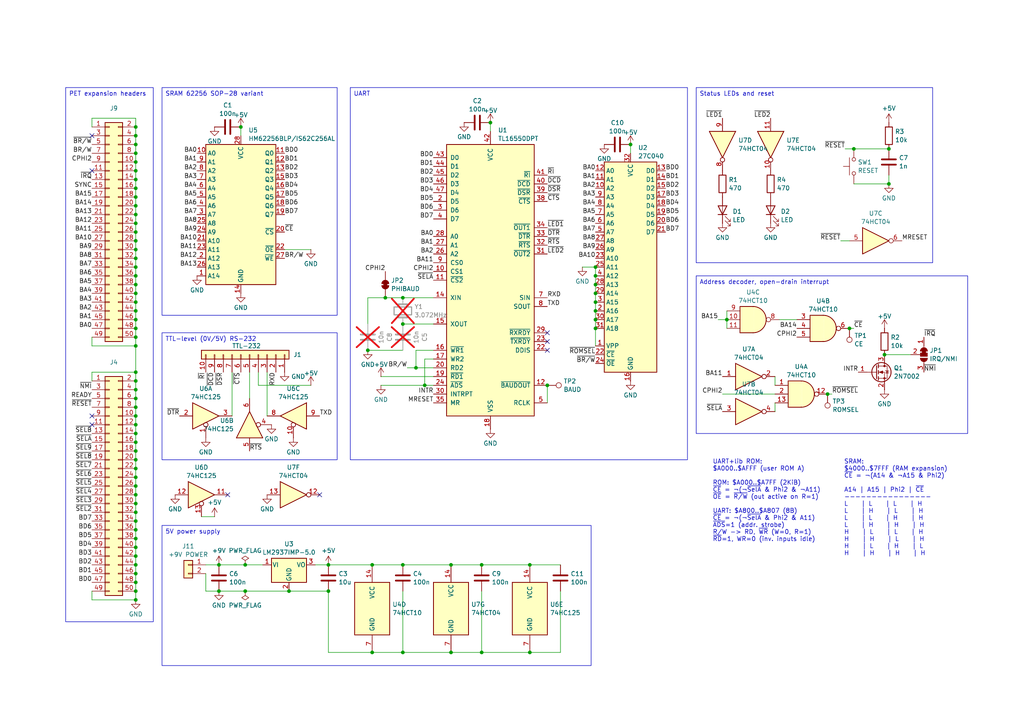
<source format=kicad_sch>
(kicad_sch
	(version 20231120)
	(generator "eeschema")
	(generator_version "8.0")
	(uuid "ba02a5fb-8d8e-4302-96a8-8e3b65a9cbd7")
	(paper "A4")
	(title_block
		(title "CBM PET SRAM Expansion")
		(date "2024-03-10")
		(rev "4")
		(company "CCC Basel")
	)
	
	(junction
		(at 172.72 82.55)
		(diameter 0)
		(color 0 0 0 0)
		(uuid "056a11f0-c26e-4946-9ae9-a571ff528e7e")
	)
	(junction
		(at 69.85 36.83)
		(diameter 0)
		(color 0 0 0 0)
		(uuid "0e804b11-f11b-44bb-a2e0-c28408880411")
	)
	(junction
		(at 172.72 80.01)
		(diameter 0)
		(color 0 0 0 0)
		(uuid "1059be7d-12db-4d65-8a41-5a60512936be")
	)
	(junction
		(at 116.84 86.36)
		(diameter 0)
		(color 0 0 0 0)
		(uuid "112484c3-8331-4494-94d0-86c0720f8a40")
	)
	(junction
		(at 39.37 173.99)
		(diameter 0)
		(color 0 0 0 0)
		(uuid "132e523d-4dd0-4bfc-a395-7b85d134f2e5")
	)
	(junction
		(at 172.72 85.09)
		(diameter 0)
		(color 0 0 0 0)
		(uuid "1401ecc8-1c5c-43c7-a929-f19593465319")
	)
	(junction
		(at 116.84 189.23)
		(diameter 0)
		(color 0 0 0 0)
		(uuid "1415b0a0-6599-4e9b-8c35-e391fb9a6ba8")
	)
	(junction
		(at 39.37 62.23)
		(diameter 0)
		(color 0 0 0 0)
		(uuid "15173f45-ff3b-4146-9ec8-aea55ce6de28")
	)
	(junction
		(at 123.19 111.76)
		(diameter 0)
		(color 0 0 0 0)
		(uuid "179f0257-8ee6-4b00-b6e2-c72d27978f8a")
	)
	(junction
		(at 111.76 86.36)
		(diameter 0)
		(color 0 0 0 0)
		(uuid "1815a0f8-3bf8-4522-bda4-dac7c65fe752")
	)
	(junction
		(at 39.37 80.01)
		(diameter 0)
		(color 0 0 0 0)
		(uuid "195b6efc-e1c4-4f14-9bc8-6388815f444b")
	)
	(junction
		(at 153.67 189.23)
		(diameter 0)
		(color 0 0 0 0)
		(uuid "1b70fc5a-45e7-4bab-8024-75986d4921cd")
	)
	(junction
		(at 71.12 171.45)
		(diameter 0)
		(color 0 0 0 0)
		(uuid "2138369b-643b-4f89-946d-bebf9d9190fc")
	)
	(junction
		(at 158.75 111.76)
		(diameter 0)
		(color 0 0 0 0)
		(uuid "22fe5866-b625-4c8d-8744-e37235a5aa0c")
	)
	(junction
		(at 39.37 87.63)
		(diameter 0)
		(color 0 0 0 0)
		(uuid "23088312-808b-4f4c-b096-e91dd8b9b773")
	)
	(junction
		(at 39.37 133.35)
		(diameter 0)
		(color 0 0 0 0)
		(uuid "231907ca-0f57-4d42-982d-2a9aaae679d6")
	)
	(junction
		(at 39.37 64.77)
		(diameter 0)
		(color 0 0 0 0)
		(uuid "23fa526b-f701-4216-bb5e-d524585daacd")
	)
	(junction
		(at 39.37 156.21)
		(diameter 0)
		(color 0 0 0 0)
		(uuid "245dfd6e-93dd-4c02-b96a-60e3cd2d8ba7")
	)
	(junction
		(at 120.65 106.68)
		(diameter 0)
		(color 0 0 0 0)
		(uuid "249eab88-d08c-45d0-a3bb-ac4f6cdc9a4f")
	)
	(junction
		(at 172.72 90.17)
		(diameter 0)
		(color 0 0 0 0)
		(uuid "27414434-2d37-4748-b140-4fd1d11e2493")
	)
	(junction
		(at 39.37 52.07)
		(diameter 0)
		(color 0 0 0 0)
		(uuid "2808f7d7-3bee-4b54-9474-691eae9eef5c")
	)
	(junction
		(at 257.81 43.18)
		(diameter 0)
		(color 0 0 0 0)
		(uuid "2b7206a6-30b3-4f96-9a17-1240603f3ec8")
	)
	(junction
		(at 39.37 39.37)
		(diameter 0)
		(color 0 0 0 0)
		(uuid "2cd9beca-8b4d-40c8-8644-94001003ba43")
	)
	(junction
		(at 39.37 90.17)
		(diameter 0)
		(color 0 0 0 0)
		(uuid "2f563c43-87b4-46b6-9928-bf2910756250")
	)
	(junction
		(at 139.7 189.23)
		(diameter 0)
		(color 0 0 0 0)
		(uuid "32c099db-6bd3-4631-b7e5-8e0ab620176f")
	)
	(junction
		(at 172.72 87.63)
		(diameter 0)
		(color 0 0 0 0)
		(uuid "357bfee8-289e-4bc2-a7b6-c0f5695bc7cc")
	)
	(junction
		(at 39.37 59.69)
		(diameter 0)
		(color 0 0 0 0)
		(uuid "3814d9fb-539b-4ad3-a118-ea02dfa6fdca")
	)
	(junction
		(at 153.67 163.83)
		(diameter 0)
		(color 0 0 0 0)
		(uuid "3f66cb11-0011-44b0-bd70-cd870653f612")
	)
	(junction
		(at 39.37 168.91)
		(diameter 0)
		(color 0 0 0 0)
		(uuid "3f87a0a3-a002-48d6-bd89-e50bae5ece9b")
	)
	(junction
		(at 130.81 189.23)
		(diameter 0)
		(color 0 0 0 0)
		(uuid "436e35db-d06d-44e5-a9f2-633ebb568bc1")
	)
	(junction
		(at 39.37 130.81)
		(diameter 0)
		(color 0 0 0 0)
		(uuid "44549270-7860-47a1-9a0d-d6e402f8a1f9")
	)
	(junction
		(at 210.82 92.71)
		(diameter 0)
		(color 0 0 0 0)
		(uuid "4471f513-2194-4416-b5aa-d7e191b264a6")
	)
	(junction
		(at 39.37 41.91)
		(diameter 0)
		(color 0 0 0 0)
		(uuid "4b977a37-3ace-4841-a45c-af50084070a5")
	)
	(junction
		(at 39.37 95.25)
		(diameter 0)
		(color 0 0 0 0)
		(uuid "4c7f9c78-648a-4266-8790-9767b7a24612")
	)
	(junction
		(at 39.37 54.61)
		(diameter 0)
		(color 0 0 0 0)
		(uuid "5ae5c9e9-4a8f-4d63-92f5-44a3c8bb1f99")
	)
	(junction
		(at 39.37 113.03)
		(diameter 0)
		(color 0 0 0 0)
		(uuid "61549b9f-b4bf-434c-9d9f-c3bca06ff294")
	)
	(junction
		(at 139.7 163.83)
		(diameter 0)
		(color 0 0 0 0)
		(uuid "61fbdc00-38e4-43b8-b894-b46529c6be10")
	)
	(junction
		(at 39.37 148.59)
		(diameter 0)
		(color 0 0 0 0)
		(uuid "64b900cd-2d86-4b52-bb5c-97b4fe952f58")
	)
	(junction
		(at 107.95 189.23)
		(diameter 0)
		(color 0 0 0 0)
		(uuid "6532edc3-17eb-49de-8c21-0ad7e52331d5")
	)
	(junction
		(at 39.37 69.85)
		(diameter 0)
		(color 0 0 0 0)
		(uuid "6c2f7215-865c-4fb1-846d-e1e38eb27bb3")
	)
	(junction
		(at 39.37 82.55)
		(diameter 0)
		(color 0 0 0 0)
		(uuid "71147d30-3a10-4a39-9d6e-6e813cd063f4")
	)
	(junction
		(at 83.82 171.45)
		(diameter 0)
		(color 0 0 0 0)
		(uuid "7477d0ce-a25d-4684-acf6-74adc02ed023")
	)
	(junction
		(at 39.37 120.65)
		(diameter 0)
		(color 0 0 0 0)
		(uuid "77394a52-145a-4021-8fd2-6569bd29e47a")
	)
	(junction
		(at 172.72 92.71)
		(diameter 0)
		(color 0 0 0 0)
		(uuid "7b78dcd3-aecf-4adb-9f25-cd7de3d27d52")
	)
	(junction
		(at 63.5 171.45)
		(diameter 0)
		(color 0 0 0 0)
		(uuid "7f68fb98-49b8-4141-a565-d68743f2112f")
	)
	(junction
		(at 39.37 100.33)
		(diameter 0)
		(color 0 0 0 0)
		(uuid "7f6ec264-e554-4d3a-847a-63d1ee1efa52")
	)
	(junction
		(at 39.37 110.49)
		(diameter 0)
		(color 0 0 0 0)
		(uuid "7f9af0e9-ce3a-4803-bc52-8d667acf73e7")
	)
	(junction
		(at 39.37 46.99)
		(diameter 0)
		(color 0 0 0 0)
		(uuid "7fbc4fd6-5117-4b75-9f06-add6d0f632f6")
	)
	(junction
		(at 142.24 35.56)
		(diameter 0)
		(color 0 0 0 0)
		(uuid "7fce55ae-f9dc-4b3f-b891-1eab209c709b")
	)
	(junction
		(at 95.25 171.45)
		(diameter 0)
		(color 0 0 0 0)
		(uuid "83b9386f-f9ff-4c55-82db-884f4c62311d")
	)
	(junction
		(at 39.37 140.97)
		(diameter 0)
		(color 0 0 0 0)
		(uuid "8b2ce9b6-a9e9-464e-9f7d-9a76938f07f6")
	)
	(junction
		(at 116.84 93.98)
		(diameter 0)
		(color 0 0 0 0)
		(uuid "8e0b00b4-2044-421b-b8e4-8ba4be793422")
	)
	(junction
		(at 39.37 92.71)
		(diameter 0)
		(color 0 0 0 0)
		(uuid "903bce02-003e-4d0a-8386-d6c0a376668e")
	)
	(junction
		(at 39.37 67.31)
		(diameter 0)
		(color 0 0 0 0)
		(uuid "917825a7-a83d-4255-92db-a00da4f06c80")
	)
	(junction
		(at 95.25 163.83)
		(diameter 0)
		(color 0 0 0 0)
		(uuid "95a2d759-78c6-4d32-8fe4-456149d98a79")
	)
	(junction
		(at 39.37 36.83)
		(diameter 0)
		(color 0 0 0 0)
		(uuid "9796b5b6-84d4-407c-8791-ad7a9fd305ee")
	)
	(junction
		(at 130.81 163.83)
		(diameter 0)
		(color 0 0 0 0)
		(uuid "98603cc1-98d2-4dec-bfa6-4af312b6045d")
	)
	(junction
		(at 39.37 146.05)
		(diameter 0)
		(color 0 0 0 0)
		(uuid "9be13afd-1ab9-4ba6-9fce-66303bb75fd1")
	)
	(junction
		(at 256.54 102.87)
		(diameter 0)
		(color 0 0 0 0)
		(uuid "9d5de7dd-0f5d-483f-85f1-525b829e00f1")
	)
	(junction
		(at 172.72 77.47)
		(diameter 0)
		(color 0 0 0 0)
		(uuid "9fa7bca9-2847-4331-a2e0-e7f484eb1ea3")
	)
	(junction
		(at 39.37 166.37)
		(diameter 0)
		(color 0 0 0 0)
		(uuid "9fcfd4a1-eb71-4cc1-95c1-d4ee46b3596b")
	)
	(junction
		(at 182.88 41.91)
		(diameter 0)
		(color 0 0 0 0)
		(uuid "a04e3ab0-4141-44e6-aff6-0d3039a53ff2")
	)
	(junction
		(at 39.37 107.95)
		(diameter 0)
		(color 0 0 0 0)
		(uuid "a6d50e0e-c9ef-4a53-8600-acaa26482069")
	)
	(junction
		(at 39.37 171.45)
		(diameter 0)
		(color 0 0 0 0)
		(uuid "ab5cf924-c6f4-4022-95c2-03ff816df3a9")
	)
	(junction
		(at 39.37 135.89)
		(diameter 0)
		(color 0 0 0 0)
		(uuid "b199f9f2-37b2-4a61-9009-3df80f449bf3")
	)
	(junction
		(at 172.72 95.25)
		(diameter 0)
		(color 0 0 0 0)
		(uuid "b9068dc1-f8b2-44d2-8a82-381772037dde")
	)
	(junction
		(at 247.65 43.18)
		(diameter 0)
		(color 0 0 0 0)
		(uuid "b9da39cc-d8db-4930-9b84-bd6a2bd957e4")
	)
	(junction
		(at 63.5 163.83)
		(diameter 0)
		(color 0 0 0 0)
		(uuid "ba1f469a-0869-4e71-9b05-d7558848a402")
	)
	(junction
		(at 106.68 101.6)
		(diameter 0)
		(color 0 0 0 0)
		(uuid "bbf5a464-4f54-4dc1-846c-e9ae00627e12")
	)
	(junction
		(at 71.12 163.83)
		(diameter 0)
		(color 0 0 0 0)
		(uuid "bd5f5cee-fae0-454a-84be-c0b40fb0e8ed")
	)
	(junction
		(at 39.37 77.47)
		(diameter 0)
		(color 0 0 0 0)
		(uuid "be269495-f445-4722-938b-be38a32acc6a")
	)
	(junction
		(at 39.37 49.53)
		(diameter 0)
		(color 0 0 0 0)
		(uuid "c0f8c0ef-d855-4daf-a3c6-faf021bbacfa")
	)
	(junction
		(at 39.37 143.51)
		(diameter 0)
		(color 0 0 0 0)
		(uuid "c28b5a19-2bc3-46af-928f-b0dc39d45f8b")
	)
	(junction
		(at 246.38 95.25)
		(diameter 0)
		(color 0 0 0 0)
		(uuid "c2e0dad2-2789-4c82-82ba-c484395838af")
	)
	(junction
		(at 39.37 57.15)
		(diameter 0)
		(color 0 0 0 0)
		(uuid "c4031e73-c667-4d5b-b6a3-b1b52f78072d")
	)
	(junction
		(at 39.37 128.27)
		(diameter 0)
		(color 0 0 0 0)
		(uuid "cbe52f06-6794-4495-a883-a72309517360")
	)
	(junction
		(at 107.95 163.83)
		(diameter 0)
		(color 0 0 0 0)
		(uuid "ce14d82d-a64c-4fb0-9360-0d9950cfa9e0")
	)
	(junction
		(at 39.37 153.67)
		(diameter 0)
		(color 0 0 0 0)
		(uuid "d0d5f044-d954-47a2-92e8-c56bd83f08fd")
	)
	(junction
		(at 39.37 123.19)
		(diameter 0)
		(color 0 0 0 0)
		(uuid "deb53e51-8590-461e-9f63-d5018e32e310")
	)
	(junction
		(at 39.37 85.09)
		(diameter 0)
		(color 0 0 0 0)
		(uuid "df34c3c9-550f-44ad-87fa-414dc88f9ca5")
	)
	(junction
		(at 39.37 74.93)
		(diameter 0)
		(color 0 0 0 0)
		(uuid "e810d19f-1f7f-46ed-aeca-2332235759cb")
	)
	(junction
		(at 116.84 163.83)
		(diameter 0)
		(color 0 0 0 0)
		(uuid "e81c1fd2-cbe0-4390-a076-77b4f988edf0")
	)
	(junction
		(at 39.37 97.79)
		(diameter 0)
		(color 0 0 0 0)
		(uuid "e9b6f3b7-2112-414f-95c2-3a89b12eca3c")
	)
	(junction
		(at 257.81 53.34)
		(diameter 0)
		(color 0 0 0 0)
		(uuid "edd0a164-1b74-4796-b4d9-49b5d1acd448")
	)
	(junction
		(at 39.37 44.45)
		(diameter 0)
		(color 0 0 0 0)
		(uuid "f1585753-3985-44df-bdce-73bceeea44c4")
	)
	(junction
		(at 39.37 151.13)
		(diameter 0)
		(color 0 0 0 0)
		(uuid "f1d99ce8-737b-4e91-a7ff-98190c3294f0")
	)
	(junction
		(at 39.37 163.83)
		(diameter 0)
		(color 0 0 0 0)
		(uuid "f2490804-050d-48fe-b97e-1097c19741ec")
	)
	(junction
		(at 39.37 72.39)
		(diameter 0)
		(color 0 0 0 0)
		(uuid "f9591cf2-f9e3-4fdc-9111-e653ff6a3b6e")
	)
	(junction
		(at 240.03 114.3)
		(diameter 0)
		(color 0 0 0 0)
		(uuid "fa8a85e0-2b8d-4d61-81f6-97e786f4dc1e")
	)
	(junction
		(at 39.37 158.75)
		(diameter 0)
		(color 0 0 0 0)
		(uuid "fb59a7d8-7c6b-4011-8662-0571566e7924")
	)
	(junction
		(at 39.37 161.29)
		(diameter 0)
		(color 0 0 0 0)
		(uuid "fc2aec22-7f6a-4ac6-995b-844b8042e8c9")
	)
	(junction
		(at 39.37 118.11)
		(diameter 0)
		(color 0 0 0 0)
		(uuid "fd440596-5b67-4038-af3d-226327df8ea9")
	)
	(junction
		(at 39.37 115.57)
		(diameter 0)
		(color 0 0 0 0)
		(uuid "fe404ba7-ab8e-4deb-b52d-66b45279dcb4")
	)
	(junction
		(at 39.37 125.73)
		(diameter 0)
		(color 0 0 0 0)
		(uuid "fe664a02-6c91-4a7f-9b2f-9b5b423ed89e")
	)
	(junction
		(at 39.37 138.43)
		(diameter 0)
		(color 0 0 0 0)
		(uuid "ff9a97c8-9aff-4906-a3ed-5e56c33cb353")
	)
	(no_connect
		(at 26.67 120.65)
		(uuid "21c3144a-9860-4dee-af6d-a94e3587478d")
	)
	(no_connect
		(at 26.67 39.37)
		(uuid "33f02fa2-9cbf-4e1b-883d-5a2f8a66d5ce")
	)
	(no_connect
		(at 92.71 143.51)
		(uuid "49314928-634f-4e81-a4a0-80706801d82c")
	)
	(no_connect
		(at 158.75 101.6)
		(uuid "549092fb-282c-4770-ba8a-3742aa41641b")
	)
	(no_connect
		(at 66.04 143.51)
		(uuid "635c4ca2-c143-43f3-9f14-dca00da445da")
	)
	(no_connect
		(at 26.67 123.19)
		(uuid "65190511-5696-4c62-9853-195b00388054")
	)
	(no_connect
		(at 26.67 49.53)
		(uuid "6d7bf783-c773-4569-949d-8faf39b31a4f")
	)
	(no_connect
		(at 158.75 96.52)
		(uuid "bf997b80-ebdb-4b45-8671-6fd0c5a8f1c6")
	)
	(no_connect
		(at 158.75 99.06)
		(uuid "ccb1cb8c-4500-4cd1-9407-46b01057712c")
	)
	(wire
		(pts
			(xy 39.37 92.71) (xy 39.37 95.25)
		)
		(stroke
			(width 0)
			(type default)
		)
		(uuid "00711f35-0a35-46c5-89fc-ce0e85dd57c9")
	)
	(wire
		(pts
			(xy 39.37 100.33) (xy 26.67 100.33)
		)
		(stroke
			(width 0)
			(type default)
		)
		(uuid "046557f0-5448-4a2e-9685-2e14368d0fe7")
	)
	(wire
		(pts
			(xy 247.65 43.18) (xy 257.81 43.18)
		)
		(stroke
			(width 0)
			(type default)
		)
		(uuid "0622d7ff-bf6c-40f7-83e8-7ecb17bd1812")
	)
	(wire
		(pts
			(xy 39.37 161.29) (xy 39.37 163.83)
		)
		(stroke
			(width 0)
			(type default)
		)
		(uuid "0769c1f1-00ff-4549-9633-1ff884b80650")
	)
	(wire
		(pts
			(xy 130.81 189.23) (xy 139.7 189.23)
		)
		(stroke
			(width 0)
			(type default)
		)
		(uuid "079365ca-342a-4206-b967-4e1393e6dda1")
	)
	(wire
		(pts
			(xy 226.06 92.71) (xy 231.14 92.71)
		)
		(stroke
			(width 0)
			(type default)
		)
		(uuid "095de72c-487a-49db-8a9f-8dcd7902ae6a")
	)
	(wire
		(pts
			(xy 39.37 143.51) (xy 39.37 146.05)
		)
		(stroke
			(width 0)
			(type default)
		)
		(uuid "0a2ab28e-7de9-4efd-8dc2-277c7cb8c104")
	)
	(wire
		(pts
			(xy 139.7 163.83) (xy 153.67 163.83)
		)
		(stroke
			(width 0)
			(type default)
		)
		(uuid "0bcc28d4-af68-40cb-8f73-421064e858b3")
	)
	(wire
		(pts
			(xy 39.37 173.99) (xy 26.67 173.99)
		)
		(stroke
			(width 0)
			(type default)
		)
		(uuid "0d3e84c8-187a-434a-99b0-a398c4b7f9d4")
	)
	(wire
		(pts
			(xy 39.37 123.19) (xy 39.37 125.73)
		)
		(stroke
			(width 0)
			(type default)
		)
		(uuid "0d80c3da-42ca-4fd6-ad98-36ecb3cdf91a")
	)
	(wire
		(pts
			(xy 39.37 85.09) (xy 39.37 87.63)
		)
		(stroke
			(width 0)
			(type default)
		)
		(uuid "12b6d115-0ef8-46f1-bff2-e153886a4ac6")
	)
	(wire
		(pts
			(xy 116.84 189.23) (xy 130.81 189.23)
		)
		(stroke
			(width 0)
			(type default)
		)
		(uuid "12bf641a-5d24-44f3-95df-45c6a68ee451")
	)
	(wire
		(pts
			(xy 77.47 107.95) (xy 77.47 120.65)
		)
		(stroke
			(width 0)
			(type default)
		)
		(uuid "13330aea-b5ae-41d5-b161-e5749926b421")
	)
	(wire
		(pts
			(xy 39.37 107.95) (xy 26.67 107.95)
		)
		(stroke
			(width 0)
			(type default)
		)
		(uuid "1374172c-a5b4-4749-a7bf-da2b9d6a5f4b")
	)
	(wire
		(pts
			(xy 39.37 128.27) (xy 39.37 130.81)
		)
		(stroke
			(width 0)
			(type default)
		)
		(uuid "14733b41-92a9-4319-9926-64316a050b70")
	)
	(wire
		(pts
			(xy 39.37 135.89) (xy 39.37 138.43)
		)
		(stroke
			(width 0)
			(type default)
		)
		(uuid "16361d29-945a-4429-b155-3484aad8db6f")
	)
	(wire
		(pts
			(xy 63.5 171.45) (xy 71.12 171.45)
		)
		(stroke
			(width 0)
			(type default)
		)
		(uuid "17e6825e-78e0-4309-9ac1-6f00299c9759")
	)
	(wire
		(pts
			(xy 39.37 34.29) (xy 26.67 34.29)
		)
		(stroke
			(width 0)
			(type default)
		)
		(uuid "1b00708e-a75f-47f2-82bd-938cbc163d7e")
	)
	(wire
		(pts
			(xy 39.37 171.45) (xy 39.37 173.99)
		)
		(stroke
			(width 0)
			(type default)
		)
		(uuid "1ba742e3-ce9c-4d92-b23f-2cb1863e7bfe")
	)
	(wire
		(pts
			(xy 210.82 92.71) (xy 210.82 90.17)
		)
		(stroke
			(width 0)
			(type default)
		)
		(uuid "1c5869ee-d3e1-4acf-80f4-7b3dc7d6dff0")
	)
	(wire
		(pts
			(xy 158.75 111.76) (xy 158.75 116.84)
		)
		(stroke
			(width 0)
			(type default)
		)
		(uuid "1cc395c3-0b03-4cf9-84b4-4de58dc74146")
	)
	(wire
		(pts
			(xy 74.93 111.76) (xy 90.17 111.76)
		)
		(stroke
			(width 0)
			(type default)
		)
		(uuid "1d297b16-066a-42dd-b2ba-be9c8d777b64")
	)
	(wire
		(pts
			(xy 39.37 80.01) (xy 39.37 82.55)
		)
		(stroke
			(width 0)
			(type default)
		)
		(uuid "1d699762-757c-4aad-8a98-25cb5a22c4ca")
	)
	(wire
		(pts
			(xy 39.37 69.85) (xy 39.37 72.39)
		)
		(stroke
			(width 0)
			(type default)
		)
		(uuid "21559b49-cfeb-478f-a9dc-61ab85bff646")
	)
	(wire
		(pts
			(xy 39.37 153.67) (xy 39.37 156.21)
		)
		(stroke
			(width 0)
			(type default)
		)
		(uuid "23208346-8f18-4ee9-98c4-bf4c1acc206d")
	)
	(wire
		(pts
			(xy 107.95 163.83) (xy 116.84 163.83)
		)
		(stroke
			(width 0)
			(type default)
		)
		(uuid "2594df8f-7629-444f-b9da-3ffc5013fb21")
	)
	(wire
		(pts
			(xy 172.72 90.17) (xy 172.72 92.71)
		)
		(stroke
			(width 0)
			(type default)
		)
		(uuid "268c2fc8-8e07-40c9-b363-0a286fdb9246")
	)
	(wire
		(pts
			(xy 243.84 69.85) (xy 246.38 69.85)
		)
		(stroke
			(width 0)
			(type default)
		)
		(uuid "2782cd76-9d1b-47fa-95de-3e8e8c394bdc")
	)
	(wire
		(pts
			(xy 39.37 133.35) (xy 39.37 135.89)
		)
		(stroke
			(width 0)
			(type default)
		)
		(uuid "288d5bec-4d83-4011-ad09-73e4915facf8")
	)
	(wire
		(pts
			(xy 59.69 163.83) (xy 63.5 163.83)
		)
		(stroke
			(width 0)
			(type default)
		)
		(uuid "2bfe1a78-858f-4a81-bec4-e14397697ed6")
	)
	(wire
		(pts
			(xy 139.7 171.45) (xy 139.7 189.23)
		)
		(stroke
			(width 0)
			(type default)
		)
		(uuid "2eb9fdb2-9d66-4f6f-a82e-20a370f58afc")
	)
	(wire
		(pts
			(xy 39.37 72.39) (xy 39.37 74.93)
		)
		(stroke
			(width 0)
			(type default)
		)
		(uuid "302db16f-0c13-4237-8e6d-fbfb969ac60c")
	)
	(wire
		(pts
			(xy 120.65 101.6) (xy 120.65 106.68)
		)
		(stroke
			(width 0)
			(type default)
		)
		(uuid "369e6af8-1558-4168-ae1b-b1662a8aaa09")
	)
	(wire
		(pts
			(xy 95.25 189.23) (xy 107.95 189.23)
		)
		(stroke
			(width 0)
			(type default)
		)
		(uuid "36bc98be-feb2-453e-beba-3c03f2dc4feb")
	)
	(wire
		(pts
			(xy 39.37 77.47) (xy 39.37 80.01)
		)
		(stroke
			(width 0)
			(type default)
		)
		(uuid "3af1334e-b376-4e8a-bb83-2bb1fd994d6c")
	)
	(wire
		(pts
			(xy 39.37 148.59) (xy 39.37 151.13)
		)
		(stroke
			(width 0)
			(type default)
		)
		(uuid "4061e863-29f1-43bc-926e-c7e54715c70f")
	)
	(wire
		(pts
			(xy 142.24 35.56) (xy 142.24 38.1)
		)
		(stroke
			(width 0)
			(type default)
		)
		(uuid "4114b69c-81e3-4a54-beeb-417bde69796e")
	)
	(wire
		(pts
			(xy 106.68 101.6) (xy 116.84 101.6)
		)
		(stroke
			(width 0)
			(type default)
		)
		(uuid "414124c6-9160-4b2c-8ffe-8f300ee42825")
	)
	(wire
		(pts
			(xy 39.37 82.55) (xy 39.37 85.09)
		)
		(stroke
			(width 0)
			(type default)
		)
		(uuid "42a581bc-627f-47f1-b43a-2089c12481ef")
	)
	(wire
		(pts
			(xy 39.37 44.45) (xy 39.37 46.99)
		)
		(stroke
			(width 0)
			(type default)
		)
		(uuid "43169ff3-f0f3-4860-be27-fe96087aa0e9")
	)
	(wire
		(pts
			(xy 39.37 140.97) (xy 39.37 143.51)
		)
		(stroke
			(width 0)
			(type default)
		)
		(uuid "4407daa4-725e-4f78-8635-7873016477e3")
	)
	(wire
		(pts
			(xy 247.65 95.25) (xy 246.38 95.25)
		)
		(stroke
			(width 0)
			(type default)
		)
		(uuid "45c09364-f47c-4b1d-b25c-9b80f7affb63")
	)
	(wire
		(pts
			(xy 172.72 82.55) (xy 172.72 85.09)
		)
		(stroke
			(width 0)
			(type default)
		)
		(uuid "48e0ca97-7315-468d-a02d-6c6eda37e2b6")
	)
	(wire
		(pts
			(xy 59.69 171.45) (xy 63.5 171.45)
		)
		(stroke
			(width 0)
			(type default)
		)
		(uuid "4b74de37-6eca-45d9-b0e3-e700dc0311fb")
	)
	(wire
		(pts
			(xy 245.11 43.18) (xy 247.65 43.18)
		)
		(stroke
			(width 0)
			(type default)
		)
		(uuid "4e11bbca-9727-4a08-8e39-815f674df992")
	)
	(wire
		(pts
			(xy 153.67 163.83) (xy 162.56 163.83)
		)
		(stroke
			(width 0)
			(type default)
		)
		(uuid "4f1168c6-641f-40b4-add8-0e0f52669157")
	)
	(wire
		(pts
			(xy 208.28 92.71) (xy 210.82 92.71)
		)
		(stroke
			(width 0)
			(type default)
		)
		(uuid "544f9adf-efdf-48e2-9b4b-60527298361c")
	)
	(wire
		(pts
			(xy 74.93 111.76) (xy 74.93 107.95)
		)
		(stroke
			(width 0)
			(type default)
		)
		(uuid "561e939d-6661-4e49-b1b8-e9121942e6f4")
	)
	(wire
		(pts
			(xy 172.72 95.25) (xy 172.72 100.33)
		)
		(stroke
			(width 0)
			(type default)
		)
		(uuid "582f95ab-a8ee-4282-a219-c6cfe7b4b410")
	)
	(wire
		(pts
			(xy 153.67 189.23) (xy 162.56 189.23)
		)
		(stroke
			(width 0)
			(type default)
		)
		(uuid "5cb788f7-09b9-4b6e-a9ba-cf2201895095")
	)
	(wire
		(pts
			(xy 120.65 106.68) (xy 125.73 106.68)
		)
		(stroke
			(width 0)
			(type default)
		)
		(uuid "6231866f-df15-469a-bc6a-bbb1065cd583")
	)
	(wire
		(pts
			(xy 39.37 146.05) (xy 39.37 148.59)
		)
		(stroke
			(width 0)
			(type default)
		)
		(uuid "694fc7c7-0c39-4f16-a235-fe3572daf9b9")
	)
	(wire
		(pts
			(xy 39.37 115.57) (xy 39.37 118.11)
		)
		(stroke
			(width 0)
			(type default)
		)
		(uuid "697e6d1b-de82-47b0-9179-70161de7ae5b")
	)
	(wire
		(pts
			(xy 106.68 86.36) (xy 106.68 93.98)
		)
		(stroke
			(width 0)
			(type default)
		)
		(uuid "6a55f144-5dee-45bb-9fbe-625c7e33263b")
	)
	(wire
		(pts
			(xy 26.67 34.29) (xy 26.67 36.83)
		)
		(stroke
			(width 0)
			(type default)
		)
		(uuid "6cde2c27-2f6f-4fc7-89fc-256b9f8177f2")
	)
	(wire
		(pts
			(xy 39.37 110.49) (xy 39.37 107.95)
		)
		(stroke
			(width 0)
			(type default)
		)
		(uuid "6cdf2c1d-183a-493b-9a3a-01ce5c0411cd")
	)
	(wire
		(pts
			(xy 72.39 107.95) (xy 72.39 115.57)
		)
		(stroke
			(width 0)
			(type default)
		)
		(uuid "6f2a63b6-9d88-40bd-9fb3-692ca3532129")
	)
	(wire
		(pts
			(xy 172.72 92.71) (xy 172.72 95.25)
		)
		(stroke
			(width 0)
			(type default)
		)
		(uuid "70cc2f58-df2d-4626-b30c-906f3e3e5045")
	)
	(wire
		(pts
			(xy 39.37 87.63) (xy 39.37 90.17)
		)
		(stroke
			(width 0)
			(type default)
		)
		(uuid "757969e0-d0aa-497f-9cc8-abf28d3cf0c4")
	)
	(wire
		(pts
			(xy 123.19 104.14) (xy 123.19 111.76)
		)
		(stroke
			(width 0)
			(type default)
		)
		(uuid "76387281-d14f-453e-8a3e-9896a5958056")
	)
	(wire
		(pts
			(xy 95.25 171.45) (xy 95.25 189.23)
		)
		(stroke
			(width 0)
			(type default)
		)
		(uuid "79010585-a286-4f6a-9380-121dfca5f966")
	)
	(wire
		(pts
			(xy 26.67 100.33) (xy 26.67 97.79)
		)
		(stroke
			(width 0)
			(type default)
		)
		(uuid "790c3ae3-c49a-4716-8d84-01160b534afc")
	)
	(wire
		(pts
			(xy 39.37 138.43) (xy 39.37 140.97)
		)
		(stroke
			(width 0)
			(type default)
		)
		(uuid "79fd50d9-8db9-4343-b064-692d691ee260")
	)
	(wire
		(pts
			(xy 67.31 107.95) (xy 67.31 120.65)
		)
		(stroke
			(width 0)
			(type default)
		)
		(uuid "7bd32e53-d6c7-4637-bea5-d5076e83a751")
	)
	(wire
		(pts
			(xy 39.37 97.79) (xy 39.37 100.33)
		)
		(stroke
			(width 0)
			(type default)
		)
		(uuid "834fc730-ea34-43aa-b12d-5e0897931268")
	)
	(wire
		(pts
			(xy 82.55 72.39) (xy 90.17 72.39)
		)
		(stroke
			(width 0)
			(type default)
		)
		(uuid "845d829c-deeb-4cd4-89e9-68705b984a66")
	)
	(wire
		(pts
			(xy 26.67 173.99) (xy 26.67 171.45)
		)
		(stroke
			(width 0)
			(type default)
		)
		(uuid "854fcba5-1b03-45d0-a06d-9d6d623ed931")
	)
	(wire
		(pts
			(xy 63.5 163.83) (xy 71.12 163.83)
		)
		(stroke
			(width 0)
			(type default)
		)
		(uuid "859e8e44-b59b-4678-beaa-4071b8223be0")
	)
	(wire
		(pts
			(xy 39.37 168.91) (xy 39.37 171.45)
		)
		(stroke
			(width 0)
			(type default)
		)
		(uuid "8932b5b7-09d1-4bd5-9645-360475058fb3")
	)
	(wire
		(pts
			(xy 182.88 41.91) (xy 182.88 44.45)
		)
		(stroke
			(width 0)
			(type default)
		)
		(uuid "8cbe9dda-777d-449d-b5b9-296782d603c0")
	)
	(wire
		(pts
			(xy 39.37 120.65) (xy 39.37 123.19)
		)
		(stroke
			(width 0)
			(type default)
		)
		(uuid "8d8ff752-55f2-459b-b52b-e1467282fe4c")
	)
	(wire
		(pts
			(xy 39.37 151.13) (xy 39.37 153.67)
		)
		(stroke
			(width 0)
			(type default)
		)
		(uuid "8e9219bd-cc33-44b5-a383-65436e5dd593")
	)
	(wire
		(pts
			(xy 106.68 86.36) (xy 111.76 86.36)
		)
		(stroke
			(width 0)
			(type default)
		)
		(uuid "900a2c47-124b-4ff3-9a93-05098324ef49")
	)
	(wire
		(pts
			(xy 39.37 90.17) (xy 39.37 92.71)
		)
		(stroke
			(width 0)
			(type default)
		)
		(uuid "90252908-9342-4715-9ab5-1ab4c3a491b4")
	)
	(wire
		(pts
			(xy 162.56 189.23) (xy 162.56 171.45)
		)
		(stroke
			(width 0)
			(type default)
		)
		(uuid "90d3d4bc-af30-42ec-a208-c725b840ecbc")
	)
	(wire
		(pts
			(xy 125.73 101.6) (xy 120.65 101.6)
		)
		(stroke
			(width 0)
			(type default)
		)
		(uuid "911e8c4b-408e-4f6c-8cd3-86d77014bda8")
	)
	(wire
		(pts
			(xy 39.37 36.83) (xy 39.37 39.37)
		)
		(stroke
			(width 0)
			(type default)
		)
		(uuid "92dfa2d6-9aaa-4e84-a9bf-ddddf8b16095")
	)
	(wire
		(pts
			(xy 224.79 119.38) (xy 224.79 116.84)
		)
		(stroke
			(width 0)
			(type default)
		)
		(uuid "9506977a-bcad-4700-b042-f6d4b4d6d7c3")
	)
	(wire
		(pts
			(xy 91.44 163.83) (xy 95.25 163.83)
		)
		(stroke
			(width 0)
			(type default)
		)
		(uuid "9e9b00c3-4bf8-4f0f-b1de-1220fdc9b3d6")
	)
	(wire
		(pts
			(xy 168.91 77.47) (xy 172.72 77.47)
		)
		(stroke
			(width 0)
			(type default)
		)
		(uuid "9fbc48f7-8caf-45bc-bdb0-9f2ee0dc9261")
	)
	(wire
		(pts
			(xy 39.37 95.25) (xy 39.37 97.79)
		)
		(stroke
			(width 0)
			(type default)
		)
		(uuid "a2c7e20c-1387-49fc-b8f7-453857f3fb46")
	)
	(wire
		(pts
			(xy 39.37 166.37) (xy 39.37 168.91)
		)
		(stroke
			(width 0)
			(type default)
		)
		(uuid "a36a5b53-6661-49b4-b075-bfa53383a516")
	)
	(wire
		(pts
			(xy 71.12 171.45) (xy 83.82 171.45)
		)
		(stroke
			(width 0)
			(type default)
		)
		(uuid "a49e0e21-1fa0-45a0-b36c-71ca6d2914b4")
	)
	(wire
		(pts
			(xy 39.37 49.53) (xy 39.37 52.07)
		)
		(stroke
			(width 0)
			(type default)
		)
		(uuid "a9f62682-fa6e-4397-afde-0ebb2029a171")
	)
	(wire
		(pts
			(xy 257.81 50.8) (xy 257.81 53.34)
		)
		(stroke
			(width 0)
			(type default)
		)
		(uuid "ac1c7e4c-2af3-4499-bd59-95128d8f456c")
	)
	(wire
		(pts
			(xy 39.37 156.21) (xy 39.37 158.75)
		)
		(stroke
			(width 0)
			(type default)
		)
		(uuid "af05e6de-af77-479c-9ea2-a26a2d5f3085")
	)
	(wire
		(pts
			(xy 39.37 57.15) (xy 39.37 59.69)
		)
		(stroke
			(width 0)
			(type default)
		)
		(uuid "af3629a2-ce2a-4acb-be35-8a2462ec8bf4")
	)
	(wire
		(pts
			(xy 116.84 189.23) (xy 116.84 171.45)
		)
		(stroke
			(width 0)
			(type default)
		)
		(uuid "b2287573-69e0-46b1-9bfb-02345a7789a9")
	)
	(wire
		(pts
			(xy 39.37 59.69) (xy 39.37 62.23)
		)
		(stroke
			(width 0)
			(type default)
		)
		(uuid "b3ab146d-f0d1-4d9f-a694-3812984c1dae")
	)
	(wire
		(pts
			(xy 241.3 114.3) (xy 240.03 114.3)
		)
		(stroke
			(width 0)
			(type default)
		)
		(uuid "b53aa28b-3a96-4f02-8e40-2ede2c26b0b4")
	)
	(wire
		(pts
			(xy 123.19 111.76) (xy 125.73 111.76)
		)
		(stroke
			(width 0)
			(type default)
		)
		(uuid "b8df5de6-4ec2-4f5c-911f-ceae908096b7")
	)
	(wire
		(pts
			(xy 58.42 149.86) (xy 62.23 149.86)
		)
		(stroke
			(width 0)
			(type default)
		)
		(uuid "b921c87d-24b9-4113-873f-a75f011dd058")
	)
	(wire
		(pts
			(xy 110.49 111.76) (xy 123.19 111.76)
		)
		(stroke
			(width 0)
			(type default)
		)
		(uuid "bb60d230-7fcd-4044-a70b-0f2388655c1c")
	)
	(wire
		(pts
			(xy 116.84 93.98) (xy 125.73 93.98)
		)
		(stroke
			(width 0)
			(type default)
		)
		(uuid "bc5742e2-ce78-4572-8890-94213356cbe4")
	)
	(wire
		(pts
			(xy 39.37 67.31) (xy 39.37 69.85)
		)
		(stroke
			(width 0)
			(type default)
		)
		(uuid "bcaff7eb-5cd4-4ec7-b826-6a7930a97b06")
	)
	(wire
		(pts
			(xy 39.37 62.23) (xy 39.37 64.77)
		)
		(stroke
			(width 0)
			(type default)
		)
		(uuid "bd68d0f9-0800-41b8-958e-45ad6ce413c0")
	)
	(wire
		(pts
			(xy 39.37 163.83) (xy 39.37 166.37)
		)
		(stroke
			(width 0)
			(type default)
		)
		(uuid "bdde8308-df24-498c-8d8a-b951a3163278")
	)
	(wire
		(pts
			(xy 111.76 86.36) (xy 116.84 86.36)
		)
		(stroke
			(width 0)
			(type default)
		)
		(uuid "c140b55a-cca0-4c1c-a39d-d475dbe2d661")
	)
	(wire
		(pts
			(xy 209.55 114.3) (xy 224.79 114.3)
		)
		(stroke
			(width 0)
			(type default)
		)
		(uuid "c4ffacf1-eb84-44e2-bd45-702716148d3e")
	)
	(wire
		(pts
			(xy 247.65 53.34) (xy 257.81 53.34)
		)
		(stroke
			(width 0)
			(type default)
		)
		(uuid "c5e5f4f6-cf4e-43fd-acd6-3d954486aa9b")
	)
	(wire
		(pts
			(xy 83.82 171.45) (xy 95.25 171.45)
		)
		(stroke
			(width 0)
			(type default)
		)
		(uuid "c95ec6f3-526a-4cc8-afdb-a23a287bb490")
	)
	(wire
		(pts
			(xy 39.37 110.49) (xy 39.37 113.03)
		)
		(stroke
			(width 0)
			(type default)
		)
		(uuid "ca0343ca-e017-4f76-affd-a232630c92f5")
	)
	(wire
		(pts
			(xy 39.37 54.61) (xy 39.37 57.15)
		)
		(stroke
			(width 0)
			(type default)
		)
		(uuid "d060cc3c-d098-4c1f-81b8-67db3386edd0")
	)
	(wire
		(pts
			(xy 172.72 77.47) (xy 172.72 80.01)
		)
		(stroke
			(width 0)
			(type default)
		)
		(uuid "d34a03f6-db1f-4f52-ae26-1e3a87a202b1")
	)
	(wire
		(pts
			(xy 110.49 109.22) (xy 125.73 109.22)
		)
		(stroke
			(width 0)
			(type default)
		)
		(uuid "d3b2e1e4-eb33-4c1d-a6db-8aad3c570944")
	)
	(wire
		(pts
			(xy 256.54 102.87) (xy 264.16 102.87)
		)
		(stroke
			(width 0)
			(type default)
		)
		(uuid "d64885f3-b907-42bd-bcda-8e62909bce7a")
	)
	(wire
		(pts
			(xy 172.72 80.01) (xy 172.72 82.55)
		)
		(stroke
			(width 0)
			(type default)
		)
		(uuid "d6da7d9c-f04b-4050-ac83-7c0ba90508e0")
	)
	(wire
		(pts
			(xy 39.37 100.33) (xy 39.37 107.95)
		)
		(stroke
			(width 0)
			(type default)
		)
		(uuid "d88a5164-437e-4439-9957-6fa9983fd519")
	)
	(wire
		(pts
			(xy 118.11 106.68) (xy 120.65 106.68)
		)
		(stroke
			(width 0)
			(type default)
		)
		(uuid "dba69e1b-0d5f-4d4f-ac61-d67ab24a092b")
	)
	(wire
		(pts
			(xy 39.37 113.03) (xy 39.37 115.57)
		)
		(stroke
			(width 0)
			(type default)
		)
		(uuid "dcdf97d6-2621-44f8-833a-9cf963257509")
	)
	(wire
		(pts
			(xy 39.37 130.81) (xy 39.37 133.35)
		)
		(stroke
			(width 0)
			(type default)
		)
		(uuid "dfb83818-75eb-4238-955f-df54608ceacd")
	)
	(wire
		(pts
			(xy 39.37 64.77) (xy 39.37 67.31)
		)
		(stroke
			(width 0)
			(type default)
		)
		(uuid "e2b64ce2-21f5-444c-bcb4-c6b772f33cae")
	)
	(wire
		(pts
			(xy 39.37 118.11) (xy 39.37 120.65)
		)
		(stroke
			(width 0)
			(type default)
		)
		(uuid "e39852d7-4ddd-4daa-a61f-9f4d47b577a4")
	)
	(wire
		(pts
			(xy 39.37 36.83) (xy 39.37 34.29)
		)
		(stroke
			(width 0)
			(type default)
		)
		(uuid "e43683c8-2d3b-406c-bda7-c576ca1be414")
	)
	(wire
		(pts
			(xy 39.37 52.07) (xy 39.37 54.61)
		)
		(stroke
			(width 0)
			(type default)
		)
		(uuid "e47c8fdf-faa6-4125-9e6b-43f3d5ddb0db")
	)
	(wire
		(pts
			(xy 39.37 74.93) (xy 39.37 77.47)
		)
		(stroke
			(width 0)
			(type default)
		)
		(uuid "e5551b9c-2c24-4964-86d4-38a3f327a220")
	)
	(wire
		(pts
			(xy 116.84 86.36) (xy 125.73 86.36)
		)
		(stroke
			(width 0)
			(type default)
		)
		(uuid "e5ade7c2-fad5-4db1-b7e9-12e73614fc11")
	)
	(wire
		(pts
			(xy 39.37 158.75) (xy 39.37 161.29)
		)
		(stroke
			(width 0)
			(type default)
		)
		(uuid "e68a8b07-5703-415c-9224-8f9ccbf2f68e")
	)
	(wire
		(pts
			(xy 39.37 46.99) (xy 39.37 49.53)
		)
		(stroke
			(width 0)
			(type default)
		)
		(uuid "ea69e4d7-e1b1-4372-bcd2-4e20820116d8")
	)
	(wire
		(pts
			(xy 172.72 87.63) (xy 172.72 90.17)
		)
		(stroke
			(width 0)
			(type default)
		)
		(uuid "eac87ae4-9384-496d-8c7f-ee066a0739ba")
	)
	(wire
		(pts
			(xy 26.67 107.95) (xy 26.67 110.49)
		)
		(stroke
			(width 0)
			(type default)
		)
		(uuid "ec4b7472-2d64-4d21-9857-e393775a86e3")
	)
	(wire
		(pts
			(xy 139.7 189.23) (xy 153.67 189.23)
		)
		(stroke
			(width 0)
			(type default)
		)
		(uuid "ec59c79c-bb75-4dd6-8b25-70d431431370")
	)
	(wire
		(pts
			(xy 39.37 39.37) (xy 39.37 41.91)
		)
		(stroke
			(width 0)
			(type default)
		)
		(uuid "ec8e8812-2081-4703-af17-22a23d47eae7")
	)
	(wire
		(pts
			(xy 125.73 104.14) (xy 123.19 104.14)
		)
		(stroke
			(width 0)
			(type default)
		)
		(uuid "eda32d4b-c127-4d98-b47a-e09e581f40e1")
	)
	(wire
		(pts
			(xy 116.84 163.83) (xy 130.81 163.83)
		)
		(stroke
			(width 0)
			(type default)
		)
		(uuid "f022f480-0959-4cab-b041-e269953d047d")
	)
	(wire
		(pts
			(xy 71.12 163.83) (xy 76.2 163.83)
		)
		(stroke
			(width 0)
			(type default)
		)
		(uuid "f0317985-d78d-4523-9361-e1952f22e7ba")
	)
	(wire
		(pts
			(xy 107.95 189.23) (xy 116.84 189.23)
		)
		(stroke
			(width 0)
			(type default)
		)
		(uuid "f37db2c7-d0b7-4aa2-b900-f6480df95daa")
	)
	(wire
		(pts
			(xy 130.81 163.83) (xy 139.7 163.83)
		)
		(stroke
			(width 0)
			(type default)
		)
		(uuid "f3ecacdd-43d7-474d-93ba-22bce7099088")
	)
	(wire
		(pts
			(xy 59.69 171.45) (xy 59.69 166.37)
		)
		(stroke
			(width 0)
			(type default)
		)
		(uuid "f56e50fc-d165-4562-ad12-56256f7372cd")
	)
	(wire
		(pts
			(xy 39.37 41.91) (xy 39.37 44.45)
		)
		(stroke
			(width 0)
			(type default)
		)
		(uuid "f6fbc910-22be-4539-bbdd-779116d765cd")
	)
	(wire
		(pts
			(xy 224.79 109.22) (xy 224.79 111.76)
		)
		(stroke
			(width 0)
			(type default)
		)
		(uuid "f7191d0b-97e0-4a78-b7c4-dee8b7c89596")
	)
	(wire
		(pts
			(xy 210.82 92.71) (xy 210.82 95.25)
		)
		(stroke
			(width 0)
			(type default)
		)
		(uuid "f800e161-228f-4984-a75b-44b9fc074988")
	)
	(wire
		(pts
			(xy 69.85 36.83) (xy 69.85 39.37)
		)
		(stroke
			(width 0)
			(type default)
		)
		(uuid "f9719e5e-1639-42ac-bfcc-92f3151dd805")
	)
	(wire
		(pts
			(xy 95.25 163.83) (xy 107.95 163.83)
		)
		(stroke
			(width 0)
			(type default)
		)
		(uuid "f990c8b7-7754-4150-908d-8e7bd6df5074")
	)
	(wire
		(pts
			(xy 39.37 125.73) (xy 39.37 128.27)
		)
		(stroke
			(width 0)
			(type default)
		)
		(uuid "fd857494-45be-4a2f-91b4-3371118f6f91")
	)
	(wire
		(pts
			(xy 172.72 85.09) (xy 172.72 87.63)
		)
		(stroke
			(width 0)
			(type default)
		)
		(uuid "fd8afd0c-25d1-43e7-827b-34eb9e4d9916")
	)
	(text_box "UART+lib ROM:\n$A000..$AFFF (user ROM A)\n\nROM: $A000..$A7FF (2KiB)\n~{CE} = ¬(¬~{SelA} & Phi2 & ¬A11)\n~{OE} = ~{R/W} (out active on R=1)\n\nUART: $A800..$A807 (8B)\n~{CE} = ¬(¬~{SelA} & Phi2 & A11)\n~{ADS}=1 (addr. strobe)\nR/W -> RD, ~{WR} (W=0, R=1)\n~{RD}=1, WR=0 (inv. inputs idle)"
		(exclude_from_sim no)
		(at 205.74 132.08 0)
		(size 36.83 31.75)
		(stroke
			(width -0.0001)
			(type default)
		)
		(fill
			(type none)
		)
		(effects
			(font
				(size 1.27 1.27)
			)
			(justify left top)
		)
		(uuid "092901db-d31f-4d5c-8252-4d69e435afbe")
	)
	(text_box "5V power supply"
		(exclude_from_sim no)
		(at 46.99 152.4 0)
		(size 124.46 40.64)
		(stroke
			(width 0)
			(type default)
		)
		(fill
			(type none)
		)
		(effects
			(font
				(size 1.27 1.27)
			)
			(justify left top)
		)
		(uuid "32d7c9e1-5156-44ba-829b-261754e61ffc")
	)
	(text_box "SRAM:\n$4000..$7FFF (RAM expansion)\n~{CE} = ¬(A14 & ¬A15 & Phi2)\n\nA14 | A15 | Phi2 | ~{CE}\n----------------\nL    | L    | L    | H\nL    | H    | L    | H\nL    | L    | H    | H\nL    | H    | H    | H\nH    | L    | L    | H\nH    | H    | L    | H\nH    | L    | H    | L\nH    | H    | H    | H"
		(exclude_from_sim no)
		(at 243.84 132.08 0)
		(size 35.56 30.48)
		(stroke
			(width -0.0001)
			(type default)
		)
		(fill
			(type none)
		)
		(effects
			(font
				(size 1.27 1.27)
			)
			(justify left top)
		)
		(uuid "36c950c4-8354-4a10-ad58-4d0e43f3f3d9")
	)
	(text_box "PET expansion headers"
		(exclude_from_sim no)
		(at 19.05 25.4 0)
		(size 25.4 154.94)
		(stroke
			(width 0)
			(type default)
		)
		(fill
			(type none)
		)
		(effects
			(font
				(size 1.27 1.27)
			)
			(justify left top)
		)
		(uuid "4b3424c3-23ed-4e95-866a-686c0e7fb4c4")
	)
	(text_box "Address decoder, open-drain interrupt"
		(exclude_from_sim no)
		(at 201.93 80.01 0)
		(size 78.74 45.72)
		(stroke
			(width 0)
			(type default)
		)
		(fill
			(type none)
		)
		(effects
			(font
				(size 1.27 1.27)
			)
			(justify left top)
		)
		(uuid "7b5e9fb9-1c7f-4737-ba88-1267080863b0")
	)
	(text_box "SRAM 62256 SOP-28 variant"
		(exclude_from_sim no)
		(at 46.99 25.4 0)
		(size 50.8 66.04)
		(stroke
			(width 0)
			(type default)
		)
		(fill
			(type none)
		)
		(effects
			(font
				(size 1.27 1.27)
			)
			(justify left top)
		)
		(uuid "7f0fcd35-3cd8-4170-9075-7c12bb71df84")
	)
	(text_box "TTL-level (0V/5V) RS-232"
		(exclude_from_sim no)
		(at 46.99 96.52 0)
		(size 50.8 36.83)
		(stroke
			(width 0)
			(type default)
		)
		(fill
			(type none)
		)
		(effects
			(font
				(size 1.27 1.27)
			)
			(justify left top)
		)
		(uuid "acdd3c8e-487b-4359-bbfa-77163e0ca04e")
	)
	(text_box "Status LEDs and reset"
		(exclude_from_sim no)
		(at 201.93 25.4 0)
		(size 68.58 50.8)
		(stroke
			(width 0)
			(type default)
		)
		(fill
			(type none)
		)
		(effects
			(font
				(size 1.27 1.27)
			)
			(justify left top)
		)
		(uuid "cd091ff4-998f-420b-9492-bb5e6729703b")
	)
	(text_box "UART"
		(exclude_from_sim no)
		(at 101.6 25.4 0)
		(size 97.79 107.95)
		(stroke
			(width 0)
			(type default)
		)
		(fill
			(type none)
		)
		(effects
			(font
				(size 1.27 1.27)
			)
			(justify left top)
		)
		(uuid "da21cf85-4680-445a-965b-db7fd82f768a")
	)
	(label "~{SEL4}"
		(at 26.67 143.51 180)
		(fields_autoplaced yes)
		(effects
			(font
				(size 1.27 1.27)
			)
			(justify right bottom)
		)
		(uuid "0214e118-f8b7-4ab8-b298-a9ff17585bf1")
	)
	(label "~{RI}"
		(at 59.69 107.95 270)
		(fields_autoplaced yes)
		(effects
			(font
				(size 1.27 1.27)
			)
			(justify right bottom)
		)
		(uuid "032de516-f0c9-4a1a-bf12-28998149d5ec")
	)
	(label "INTR"
		(at 125.73 114.3 180)
		(fields_autoplaced yes)
		(effects
			(font
				(size 1.27 1.27)
			)
			(justify right bottom)
		)
		(uuid "03de528c-3739-4ed7-a4e1-4a74c0781cfd")
	)
	(label "~{LED1}"
		(at 158.75 66.04 0)
		(fields_autoplaced yes)
		(effects
			(font
				(size 1.27 1.27)
			)
			(justify left bottom)
		)
		(uuid "0558ea60-40cf-4b57-8786-a70f6ed7ac3d")
	)
	(label "BA9"
		(at 172.72 72.39 180)
		(fields_autoplaced yes)
		(effects
			(font
				(size 1.27 1.27)
			)
			(justify right bottom)
		)
		(uuid "092dc713-3287-4f75-ac12-397215c7eef7")
	)
	(label "BA15"
		(at 208.28 92.71 180)
		(fields_autoplaced yes)
		(effects
			(font
				(size 1.27 1.27)
			)
			(justify right bottom)
		)
		(uuid "09893b47-9741-4268-be8d-5d100bb115c7")
	)
	(label "BA10"
		(at 26.67 69.85 180)
		(fields_autoplaced yes)
		(effects
			(font
				(size 1.27 1.27)
			)
			(justify right bottom)
		)
		(uuid "0ab58770-2056-4632-aa5b-e764591f78e8")
	)
	(label "~{RESET}"
		(at 245.11 43.18 180)
		(fields_autoplaced yes)
		(effects
			(font
				(size 1.27 1.27)
			)
			(justify right bottom)
		)
		(uuid "0b35452a-3b85-4341-adfc-e6959c6238f3")
	)
	(label "TXD"
		(at 92.71 120.65 0)
		(fields_autoplaced yes)
		(effects
			(font
				(size 1.27 1.27)
			)
			(justify left bottom)
		)
		(uuid "0c4ce85c-f24c-47dc-a9e3-854955873d69")
	)
	(label "BA3"
		(at 26.67 87.63 180)
		(fields_autoplaced yes)
		(effects
			(font
				(size 1.27 1.27)
			)
			(justify right bottom)
		)
		(uuid "117a4f90-3458-474b-9527-bf74dd8db248")
	)
	(label "BD7"
		(at 82.55 62.23 0)
		(fields_autoplaced yes)
		(effects
			(font
				(size 1.27 1.27)
			)
			(justify left bottom)
		)
		(uuid "12d0307a-6efa-4531-bbf7-52e703c74690")
	)
	(label "~{RESET}"
		(at 26.67 118.11 180)
		(fields_autoplaced yes)
		(effects
			(font
				(size 1.27 1.27)
			)
			(justify right bottom)
		)
		(uuid "136bbdf8-a7b3-4640-8e82-420d1f1b1953")
	)
	(label "BA9"
		(at 26.67 72.39 180)
		(fields_autoplaced yes)
		(effects
			(font
				(size 1.27 1.27)
			)
			(justify right bottom)
		)
		(uuid "13844833-89d3-4dda-b900-c96d50e01744")
	)
	(label "BA3"
		(at 172.72 57.15 180)
		(fields_autoplaced yes)
		(effects
			(font
				(size 1.27 1.27)
			)
			(justify right bottom)
		)
		(uuid "14cc20b7-eac7-4e45-86e0-6f9b6c1226f4")
	)
	(label "~{CE}"
		(at 82.55 67.31 0)
		(fields_autoplaced yes)
		(effects
			(font
				(size 1.27 1.27)
			)
			(justify left bottom)
		)
		(uuid "182267af-ea4f-4d8c-ae8a-8f2cc464aeb9")
	)
	(label "~{LED1}"
		(at 209.55 34.29 180)
		(fields_autoplaced yes)
		(effects
			(font
				(size 1.27 1.27)
			)
			(justify right bottom)
		)
		(uuid "1872ca59-d878-47c9-9afe-be9fa4b25ecc")
	)
	(label "BA14"
		(at 231.14 95.25 180)
		(fields_autoplaced yes)
		(effects
			(font
				(size 1.27 1.27)
			)
			(justify right bottom)
		)
		(uuid "1881e7ca-eb27-4ef3-9e37-33609fb2b92f")
	)
	(label "BA6"
		(at 172.72 64.77 180)
		(fields_autoplaced yes)
		(effects
			(font
				(size 1.27 1.27)
			)
			(justify right bottom)
		)
		(uuid "192429c5-8918-431f-a02e-56e8e8109461")
	)
	(label "BD7"
		(at 26.67 151.13 180)
		(fields_autoplaced yes)
		(effects
			(font
				(size 1.27 1.27)
			)
			(justify right bottom)
		)
		(uuid "19f2f4aa-0129-451f-a67d-0d3242f05bc7")
	)
	(label "BA8"
		(at 26.67 74.93 180)
		(fields_autoplaced yes)
		(effects
			(font
				(size 1.27 1.27)
			)
			(justify right bottom)
		)
		(uuid "1c224ceb-ef96-4ac2-9ecd-1283426eec47")
	)
	(label "~{IRQ}"
		(at 26.67 52.07 180)
		(fields_autoplaced yes)
		(effects
			(font
				(size 1.27 1.27)
			)
			(justify right bottom)
		)
		(uuid "1f271022-13c5-4170-9ccb-54ddad668f89")
	)
	(label "~{ROMSEL}"
		(at 172.72 102.87 180)
		(fields_autoplaced yes)
		(effects
			(font
				(size 1.27 1.27)
			)
			(justify right bottom)
		)
		(uuid "1f2ac7c6-72df-4aed-ac38-1308f8700bb4")
	)
	(label "BD3"
		(at 193.04 57.15 0)
		(fields_autoplaced yes)
		(effects
			(font
				(size 1.27 1.27)
			)
			(justify left bottom)
		)
		(uuid "24c434ef-8b28-4afa-89af-ca2874d1f9d8")
	)
	(label "~{NMI}"
		(at 267.97 107.95 0)
		(fields_autoplaced yes)
		(effects
			(font
				(size 1.27 1.27)
			)
			(justify left bottom)
		)
		(uuid "26743a21-b6d6-47fa-93ef-a29b3c58a117")
	)
	(label "BA0"
		(at 26.67 95.25 180)
		(fields_autoplaced yes)
		(effects
			(font
				(size 1.27 1.27)
			)
			(justify right bottom)
		)
		(uuid "27ff51fa-d639-4deb-a017-7d65200c183f")
	)
	(label "RXD"
		(at 158.75 86.36 0)
		(fields_autoplaced yes)
		(effects
			(font
				(size 1.27 1.27)
			)
			(justify left bottom)
		)
		(uuid "2abbed4b-5ced-4dad-a2f0-2df0f3a2eb42")
	)
	(label "BA1"
		(at 125.73 71.12 180)
		(fields_autoplaced yes)
		(effects
			(font
				(size 1.27 1.27)
			)
			(justify right bottom)
		)
		(uuid "2b5d8501-2fb9-424d-be3a-856809c06bbc")
	)
	(label "~{DCD}"
		(at 158.75 53.34 0)
		(fields_autoplaced yes)
		(effects
			(font
				(size 1.27 1.27)
			)
			(justify left bottom)
		)
		(uuid "2c436e13-8203-419d-b2ca-5bdf49ae36b0")
	)
	(label "CPHI2"
		(at 231.14 97.79 180)
		(fields_autoplaced yes)
		(effects
			(font
				(size 1.27 1.27)
			)
			(justify right bottom)
		)
		(uuid "2dad3db7-e255-4962-a143-ed8d2f0bdfc6")
	)
	(label "BD2"
		(at 125.73 50.8 180)
		(fields_autoplaced yes)
		(effects
			(font
				(size 1.27 1.27)
			)
			(justify right bottom)
		)
		(uuid "2f7dbb35-417e-4143-8502-519b48829cb3")
	)
	(label "BD3"
		(at 125.73 53.34 180)
		(fields_autoplaced yes)
		(effects
			(font
				(size 1.27 1.27)
			)
			(justify right bottom)
		)
		(uuid "3040fcd5-3769-4ef4-b023-e27475829a2b")
	)
	(label "BA12"
		(at 26.67 64.77 180)
		(fields_autoplaced yes)
		(effects
			(font
				(size 1.27 1.27)
			)
			(justify right bottom)
		)
		(uuid "34500fb2-4ac9-4cba-8cd7-9e0e5040788d")
	)
	(label "MRESET"
		(at 261.62 69.85 0)
		(fields_autoplaced yes)
		(effects
			(font
				(size 1.27 1.27)
			)
			(justify left bottom)
		)
		(uuid "3469b46a-b00e-45f0-bedc-5ea97b435b14")
	)
	(label "BD0"
		(at 26.67 168.91 180)
		(fields_autoplaced yes)
		(effects
			(font
				(size 1.27 1.27)
			)
			(justify right bottom)
		)
		(uuid "3494b313-7c77-4735-b0a9-b4ceedafe1ca")
	)
	(label "BD4"
		(at 193.04 59.69 0)
		(fields_autoplaced yes)
		(effects
			(font
				(size 1.27 1.27)
			)
			(justify left bottom)
		)
		(uuid "3496e9f8-13f4-4349-acf1-033a33138255")
	)
	(label "~{LED2}"
		(at 158.75 73.66 0)
		(fields_autoplaced yes)
		(effects
			(font
				(size 1.27 1.27)
			)
			(justify left bottom)
		)
		(uuid "356dc516-b1c0-4016-8a73-1f1e0a1639dd")
	)
	(label "SYNC"
		(at 26.67 54.61 180)
		(fields_autoplaced yes)
		(effects
			(font
				(size 1.27 1.27)
			)
			(justify right bottom)
		)
		(uuid "35bfc0bb-43ce-4177-8e87-3bca7a491ce4")
	)
	(label "INTR"
		(at 248.92 107.95 180)
		(fields_autoplaced yes)
		(effects
			(font
				(size 1.27 1.27)
			)
			(justify right bottom)
		)
		(uuid "39f79686-dede-4d9f-a4a2-264efc3494c8")
	)
	(label "BA1"
		(at 172.72 52.07 180)
		(fields_autoplaced yes)
		(effects
			(font
				(size 1.27 1.27)
			)
			(justify right bottom)
		)
		(uuid "3d5df9ef-f06f-46c1-b79c-4be56ba0c36b")
	)
	(label "BD3"
		(at 82.55 52.07 0)
		(fields_autoplaced yes)
		(effects
			(font
				(size 1.27 1.27)
			)
			(justify left bottom)
		)
		(uuid "3dcdc3a9-1c0e-4adb-940f-19aab3585337")
	)
	(label "BA13"
		(at 26.67 62.23 180)
		(fields_autoplaced yes)
		(effects
			(font
				(size 1.27 1.27)
			)
			(justify right bottom)
		)
		(uuid "3f0768f6-81b1-4531-9248-d40407e2113b")
	)
	(label "BA2"
		(at 57.15 49.53 180)
		(fields_autoplaced yes)
		(effects
			(font
				(size 1.27 1.27)
			)
			(justify right bottom)
		)
		(uuid "404efa60-2807-44de-aa43-9101b3fb32cc")
	)
	(label "BA9"
		(at 57.15 67.31 180)
		(fields_autoplaced yes)
		(effects
			(font
				(size 1.27 1.27)
			)
			(justify right bottom)
		)
		(uuid "4240c33f-a1f8-45fa-89bd-6ccc965eb220")
	)
	(label "BA11"
		(at 57.15 72.39 180)
		(fields_autoplaced yes)
		(effects
			(font
				(size 1.27 1.27)
			)
			(justify right bottom)
		)
		(uuid "4534f979-86c4-4ac1-ba81-a33b03901b24")
	)
	(label "BR{slash}W"
		(at 26.67 44.45 180)
		(fields_autoplaced yes)
		(effects
			(font
				(size 1.27 1.27)
			)
			(justify right bottom)
		)
		(uuid "45cc1357-c775-4419-99f0-1803e526fff9")
	)
	(label "BD6"
		(at 125.73 60.96 180)
		(fields_autoplaced yes)
		(effects
			(font
				(size 1.27 1.27)
			)
			(justify right bottom)
		)
		(uuid "4927100a-64a6-4b8b-a544-d59d8161dfad")
	)
	(label "BA11"
		(at 26.67 67.31 180)
		(fields_autoplaced yes)
		(effects
			(font
				(size 1.27 1.27)
			)
			(justify right bottom)
		)
		(uuid "4b16d02f-dfe9-4c0f-886a-3f4e1fd93805")
	)
	(label "BA3"
		(at 57.15 52.07 180)
		(fields_autoplaced yes)
		(effects
			(font
				(size 1.27 1.27)
			)
			(justify right bottom)
		)
		(uuid "4d441cde-0877-458e-95af-fb4c9da7385a")
	)
	(label "BA10"
		(at 172.72 74.93 180)
		(fields_autoplaced yes)
		(effects
			(font
				(size 1.27 1.27)
			)
			(justify right bottom)
		)
		(uuid "4dadffc0-002e-4602-bf09-470e20dbe414")
	)
	(label "~{DTR}"
		(at 158.75 68.58 0)
		(fields_autoplaced yes)
		(effects
			(font
				(size 1.27 1.27)
			)
			(justify left bottom)
		)
		(uuid "4fd41307-3332-4169-92e0-0dd83ba96f05")
	)
	(label "BA15"
		(at 26.67 57.15 180)
		(fields_autoplaced yes)
		(effects
			(font
				(size 1.27 1.27)
			)
			(justify right bottom)
		)
		(uuid "5033e664-eb0e-4cda-9725-29c48bf501fe")
	)
	(label "BD5"
		(at 193.04 62.23 0)
		(fields_autoplaced yes)
		(effects
			(font
				(size 1.27 1.27)
			)
			(justify left bottom)
		)
		(uuid "512faaac-1d67-470c-bb31-a468658ff3b0")
	)
	(label "BA6"
		(at 26.67 80.01 180)
		(fields_autoplaced yes)
		(effects
			(font
				(size 1.27 1.27)
			)
			(justify right bottom)
		)
		(uuid "52914873-1c2c-4cf2-8139-2d9e3a0668b4")
	)
	(label "BA12"
		(at 57.15 74.93 180)
		(fields_autoplaced yes)
		(effects
			(font
				(size 1.27 1.27)
			)
			(justify right bottom)
		)
		(uuid "530838ca-349c-4108-af82-50020c54a38f")
	)
	(label "CPHI2"
		(at 125.73 78.74 180)
		(fields_autoplaced yes)
		(effects
			(font
				(size 1.27 1.27)
			)
			(justify right bottom)
		)
		(uuid "5677b44a-ede3-424f-be5a-e218644465de")
	)
	(label "BA8"
		(at 57.15 64.77 180)
		(fields_autoplaced yes)
		(effects
			(font
				(size 1.27 1.27)
			)
			(justify right bottom)
		)
		(uuid "56d02b68-2290-43cc-a439-c853a942f4c8")
	)
	(label "~{SEL9}"
		(at 26.67 130.81 180)
		(fields_autoplaced yes)
		(effects
			(font
				(size 1.27 1.27)
			)
			(justify right bottom)
		)
		(uuid "5765b2b9-5a3c-4ac1-987d-aaeb01d3e676")
	)
	(label "BD7"
		(at 193.04 67.31 0)
		(fields_autoplaced yes)
		(effects
			(font
				(size 1.27 1.27)
			)
			(justify left bottom)
		)
		(uuid "58f37c52-832b-4a84-a5b2-5b381cb3928c")
	)
	(label "~{SELB}"
		(at 26.67 125.73 180)
		(fields_autoplaced yes)
		(effects
			(font
				(size 1.27 1.27)
			)
			(justify right bottom)
		)
		(uuid "5c0b34d7-cffa-4e91-8aa8-30f0d00210e6")
	)
	(label "~{RTS}"
		(at 72.39 130.81 0)
		(fields_autoplaced yes)
		(effects
			(font
				(size 1.27 1.27)
			)
			(justify left bottom)
		)
		(uuid "5d2a33f3-124e-4332-96c9-dc546a45a0f2")
	)
	(label "RXD"
		(at 80.01 107.95 270)
		(fields_autoplaced yes)
		(effects
			(font
				(size 1.27 1.27)
			)
			(justify right bottom)
		)
		(uuid "5d499a35-1b76-43ee-89a7-e7f8ffc1398f")
	)
	(label "BD4"
		(at 82.55 54.61 0)
		(fields_autoplaced yes)
		(effects
			(font
				(size 1.27 1.27)
			)
			(justify left bottom)
		)
		(uuid "5ea652fa-52f2-4a63-9b65-6fa726bf8a1a")
	)
	(label "~{CTS}"
		(at 158.75 58.42 0)
		(fields_autoplaced yes)
		(effects
			(font
				(size 1.27 1.27)
			)
			(justify left bottom)
		)
		(uuid "5f5e486c-1bbf-4346-bc3a-91c65568a0fa")
	)
	(label "BD2"
		(at 82.55 49.53 0)
		(fields_autoplaced yes)
		(effects
			(font
				(size 1.27 1.27)
			)
			(justify left bottom)
		)
		(uuid "6287fbaa-6e5d-44c3-a324-555f2cffafb0")
	)
	(label "BA11"
		(at 125.73 76.2 180)
		(fields_autoplaced yes)
		(effects
			(font
				(size 1.27 1.27)
			)
			(justify right bottom)
		)
		(uuid "65a5850e-0dde-42bd-a02f-99303009e341")
	)
	(label "BD1"
		(at 193.04 52.07 0)
		(fields_autoplaced yes)
		(effects
			(font
				(size 1.27 1.27)
			)
			(justify left bottom)
		)
		(uuid "65e022e1-6911-4ed1-9301-ef8763dfa2a1")
	)
	(label "BA5"
		(at 172.72 62.23 180)
		(fields_autoplaced yes)
		(effects
			(font
				(size 1.27 1.27)
			)
			(justify right bottom)
		)
		(uuid "65e82a66-958f-48b2-a4ae-f8d83d1117ad")
	)
	(label "~{SEL3}"
		(at 26.67 146.05 180)
		(fields_autoplaced yes)
		(effects
			(font
				(size 1.27 1.27)
			)
			(justify right bottom)
		)
		(uuid "6668525b-64ae-4179-a59e-78466869ac75")
	)
	(label "BA4"
		(at 26.67 85.09 180)
		(fields_autoplaced yes)
		(effects
			(font
				(size 1.27 1.27)
			)
			(justify right bottom)
		)
		(uuid "66d6c760-4e1c-4c68-a9b5-1f836700197d")
	)
	(label "BD5"
		(at 82.55 57.15 0)
		(fields_autoplaced yes)
		(effects
			(font
				(size 1.27 1.27)
			)
			(justify left bottom)
		)
		(uuid "67321894-8a7b-4302-9402-c8cdf8e5c773")
	)
	(label "BA11"
		(at 209.55 109.22 180)
		(fields_autoplaced yes)
		(effects
			(font
				(size 1.27 1.27)
			)
			(justify right bottom)
		)
		(uuid "67ceef63-49de-401a-9590-e9200005a8df")
	)
	(label "TXD"
		(at 158.75 88.9 0)
		(fields_autoplaced yes)
		(effects
			(font
				(size 1.27 1.27)
			)
			(justify left bottom)
		)
		(uuid "6edae9bf-1550-4a86-b61e-b78d71a90af4")
	)
	(label "BD7"
		(at 125.73 63.5 180)
		(fields_autoplaced yes)
		(effects
			(font
				(size 1.27 1.27)
			)
			(justify right bottom)
		)
		(uuid "751243c6-82aa-42bd-a66f-5de721b89d95")
	)
	(label "BD0"
		(at 125.73 45.72 180)
		(fields_autoplaced yes)
		(effects
			(font
				(size 1.27 1.27)
			)
			(justify right bottom)
		)
		(uuid "76b8bf86-1a09-4b46-8098-b616c42bf72c")
	)
	(label "~{BR{slash}W}"
		(at 26.67 41.91 180)
		(fields_autoplaced yes)
		(effects
			(font
				(size 1.27 1.27)
			)
			(justify right bottom)
		)
		(uuid "79e2b7ff-997e-42d4-88b9-80677a827b57")
	)
	(label "~{SELA}"
		(at 209.55 119.38 180)
		(fields_autoplaced yes)
		(effects
			(font
				(size 1.27 1.27)
			)
			(justify right bottom)
		)
		(uuid "7aefc85e-cb70-4d97-9fa7-a3d0a09afee5")
	)
	(label "~{SEL8}"
		(at 26.67 133.35 180)
		(fields_autoplaced yes)
		(effects
			(font
				(size 1.27 1.27)
			)
			(justify right bottom)
		)
		(uuid "7f2dd699-9499-4f8f-a0db-ff1673028ce0")
	)
	(label "BA7"
		(at 172.72 67.31 180)
		(fields_autoplaced yes)
		(effects
			(font
				(size 1.27 1.27)
			)
			(justify right bottom)
		)
		(uuid "81327ee8-3fa0-49c7-a672-2d75ea319e8b")
	)
	(label "BD6"
		(at 26.67 153.67 180)
		(fields_autoplaced yes)
		(effects
			(font
				(size 1.27 1.27)
			)
			(justify right bottom)
		)
		(uuid "829dc818-a810-47e4-834a-b086982b2567")
	)
	(label "BA0"
		(at 172.72 49.53 180)
		(fields_autoplaced yes)
		(effects
			(font
				(size 1.27 1.27)
			)
			(justify right bottom)
		)
		(uuid "8301862b-0c4d-437f-af39-095d8f7c9af6")
	)
	(label "BR{slash}W"
		(at 82.55 74.93 0)
		(fields_autoplaced yes)
		(effects
			(font
				(size 1.27 1.27)
			)
			(justify left bottom)
		)
		(uuid "857647d1-98a9-41e7-b10f-e672af8de2b9")
	)
	(label "BD1"
		(at 125.73 48.26 180)
		(fields_autoplaced yes)
		(effects
			(font
				(size 1.27 1.27)
			)
			(justify right bottom)
		)
		(uuid "8cddc29b-5857-476e-88e2-a2e8624587b2")
	)
	(label "CPHI2"
		(at 111.76 78.74 180)
		(fields_autoplaced yes)
		(effects
			(font
				(size 1.27 1.27)
			)
			(justify right bottom)
		)
		(uuid "93ceae85-7152-4474-b024-895fab2533c8")
	)
	(label "BD2"
		(at 26.67 163.83 180)
		(fields_autoplaced yes)
		(effects
			(font
				(size 1.27 1.27)
			)
			(justify right bottom)
		)
		(uuid "95ea32f2-66d8-4f58-b65d-f363ce0c74b8")
	)
	(label "BD1"
		(at 82.55 46.99 0)
		(fields_autoplaced yes)
		(effects
			(font
				(size 1.27 1.27)
			)
			(justify left bottom)
		)
		(uuid "96edfc67-891e-41f8-81ef-2ffb07fb018e")
	)
	(label "CPHI2"
		(at 209.55 114.3 180)
		(fields_autoplaced yes)
		(effects
			(font
				(size 1.27 1.27)
			)
			(justify right bottom)
		)
		(uuid "9a1a0deb-0d9a-43eb-a7a9-f1ca1bd83401")
	)
	(label "~{RTS}"
		(at 158.75 71.12 0)
		(fields_autoplaced yes)
		(effects
			(font
				(size 1.27 1.27)
			)
			(justify left bottom)
		)
		(uuid "9daf1c6c-a430-4699-985a-a4941add7ce2")
	)
	(label "CPHI2"
		(at 26.67 46.99 180)
		(fields_autoplaced yes)
		(effects
			(font
				(size 1.27 1.27)
			)
			(justify right bottom)
		)
		(uuid "9f3ef900-9e9b-44dd-8dce-1be55868dafd")
	)
	(label "~{CE}"
		(at 247.65 95.25 0)
		(fields_autoplaced yes)
		(effects
			(font
				(size 1.27 1.27)
			)
			(justify left bottom)
		)
		(uuid "a02dda90-1f90-4bea-a8d5-de1c3e8d36e5")
	)
	(label "BA10"
		(at 57.15 69.85 180)
		(fields_autoplaced yes)
		(effects
			(font
				(size 1.27 1.27)
			)
			(justify right bottom)
		)
		(uuid "a3318edb-bb33-4c7e-879a-4277e56f6727")
	)
	(label "~{NMI}"
		(at 26.67 113.03 180)
		(fields_autoplaced yes)
		(effects
			(font
				(size 1.27 1.27)
			)
			(justify right bottom)
		)
		(uuid "a7e7d90d-778d-4c27-81d1-f8dd3e90e98d")
	)
	(label "BD3"
		(at 26.67 161.29 180)
		(fields_autoplaced yes)
		(effects
			(font
				(size 1.27 1.27)
			)
			(justify right bottom)
		)
		(uuid "a7f1153e-5e0d-4f8f-8884-dbac51d9a71e")
	)
	(label "BA14"
		(at 26.67 59.69 180)
		(fields_autoplaced yes)
		(effects
			(font
				(size 1.27 1.27)
			)
			(justify right bottom)
		)
		(uuid "a8e59beb-1893-4090-8459-818e4bc6e21c")
	)
	(label "BA1"
		(at 57.15 46.99 180)
		(fields_autoplaced yes)
		(effects
			(font
				(size 1.27 1.27)
			)
			(justify right bottom)
		)
		(uuid "a94efe28-e062-4703-9ef6-05145b8cf85a")
	)
	(label "READY"
		(at 26.67 115.57 180)
		(fields_autoplaced yes)
		(effects
			(font
				(size 1.27 1.27)
			)
			(justify right bottom)
		)
		(uuid "ac040a59-180b-4b56-b643-b5bbb8d9ccd9")
	)
	(label "~{SELA}"
		(at 125.73 81.28 180)
		(fields_autoplaced yes)
		(effects
			(font
				(size 1.27 1.27)
			)
			(justify right bottom)
		)
		(uuid "ac80a902-f326-45f6-9acc-279dd9ef87ee")
	)
	(label "~{SEL2}"
		(at 26.67 148.59 180)
		(fields_autoplaced yes)
		(effects
			(font
				(size 1.27 1.27)
			)
			(justify right bottom)
		)
		(uuid "acdd72a2-a99a-40db-88d5-5974032fdee1")
	)
	(label "~{CTS}"
		(at 69.85 107.95 270)
		(fields_autoplaced yes)
		(effects
			(font
				(size 1.27 1.27)
			)
			(justify right bottom)
		)
		(uuid "ae4da7b5-3107-4241-8c7f-10bde8ba2617")
	)
	(label "BA7"
		(at 57.15 62.23 180)
		(fields_autoplaced yes)
		(effects
			(font
				(size 1.27 1.27)
			)
			(justify right bottom)
		)
		(uuid "af7d4931-ae90-4a60-827d-d23b34261585")
	)
	(label "MRESET"
		(at 125.73 116.84 180)
		(fields_autoplaced yes)
		(effects
			(font
				(size 1.27 1.27)
			)
			(justify right bottom)
		)
		(uuid "b5c18f90-0ee4-4aea-b028-cb93ce30b29e")
	)
	(label "~{ROMSEL}"
		(at 241.3 114.3 0)
		(fields_autoplaced yes)
		(effects
			(font
				(size 1.27 1.27)
			)
			(justify left bottom)
		)
		(uuid "b70bc6b4-2159-4124-8361-5a5fd2652b6b")
	)
	(label "BA2"
		(at 26.67 90.17 180)
		(fields_autoplaced yes)
		(effects
			(font
				(size 1.27 1.27)
			)
			(justify right bottom)
		)
		(uuid "b7a4b784-4451-424a-8e79-e1cd403e7d2c")
	)
	(label "~{IRQ}"
		(at 267.97 97.79 0)
		(fields_autoplaced yes)
		(effects
			(font
				(size 1.27 1.27)
			)
			(justify left bottom)
		)
		(uuid "bd339c19-23d8-4909-8082-7beec594a0b0")
	)
	(label "~{DSR}"
		(at 158.75 55.88 0)
		(fields_autoplaced yes)
		(effects
			(font
				(size 1.27 1.27)
			)
			(justify left bottom)
		)
		(uuid "c11bab7a-2a9d-40ee-947a-7184893e6f84")
	)
	(label "~{RI}"
		(at 158.75 50.8 0)
		(fields_autoplaced yes)
		(effects
			(font
				(size 1.27 1.27)
			)
			(justify left bottom)
		)
		(uuid "c216a017-feaa-4715-8b1c-9ec8ceaa21f6")
	)
	(label "~{DCD}"
		(at 62.23 107.95 270)
		(fields_autoplaced yes)
		(effects
			(font
				(size 1.27 1.27)
			)
			(justify right bottom)
		)
		(uuid "c5e46bbe-4dfb-4bef-8a1d-dacf5a8f2b50")
	)
	(label "BA5"
		(at 26.67 82.55 180)
		(fields_autoplaced yes)
		(effects
			(font
				(size 1.27 1.27)
			)
			(justify right bottom)
		)
		(uuid "c7722212-36ca-45be-a60e-00d86c23cd80")
	)
	(label "BD5"
		(at 26.67 156.21 180)
		(fields_autoplaced yes)
		(effects
			(font
				(size 1.27 1.27)
			)
			(justify right bottom)
		)
		(uuid "c7e44417-0fa6-4f73-9a94-ffd5f1911057")
	)
	(label "BD4"
		(at 26.67 158.75 180)
		(fields_autoplaced yes)
		(effects
			(font
				(size 1.27 1.27)
			)
			(justify right bottom)
		)
		(uuid "cc91230e-a16c-409f-86e3-0c744c1def7e")
	)
	(label "BA2"
		(at 125.73 73.66 180)
		(fields_autoplaced yes)
		(effects
			(font
				(size 1.27 1.27)
			)
			(justify right bottom)
		)
		(uuid "cd6abb8c-78d2-44d3-b5dd-f560acdd00aa")
	)
	(label "BA4"
		(at 57.15 54.61 180)
		(fields_autoplaced yes)
		(effects
			(font
				(size 1.27 1.27)
			)
			(justify right bottom)
		)
		(uuid "cee2331f-0f60-4a0b-ba56-ef89c10d46a4")
	)
	(label "~{DSR}"
		(at 64.77 107.95 270)
		(fields_autoplaced yes)
		(effects
			(font
				(size 1.27 1.27)
			)
			(justify right bottom)
		)
		(uuid "d005ee95-1da2-4b3d-9843-289920acb380")
	)
	(label "BD6"
		(at 193.04 64.77 0)
		(fields_autoplaced yes)
		(effects
			(font
				(size 1.27 1.27)
			)
			(justify left bottom)
		)
		(uuid "d1acfb04-f40e-42ee-8519-729ba7fd905d")
	)
	(label "BA4"
		(at 172.72 59.69 180)
		(fields_autoplaced yes)
		(effects
			(font
				(size 1.27 1.27)
			)
			(justify right bottom)
		)
		(uuid "d1ed6ebf-8c51-4f47-a86a-150a58c23c34")
	)
	(label "BA6"
		(at 57.15 59.69 180)
		(fields_autoplaced yes)
		(effects
			(font
				(size 1.27 1.27)
			)
			(justify right bottom)
		)
		(uuid "d54a2579-f936-4417-89e4-d929440a60e5")
	)
	(label "~{LED2}"
		(at 223.52 34.29 180)
		(fields_autoplaced yes)
		(effects
			(font
				(size 1.27 1.27)
			)
			(justify right bottom)
		)
		(uuid "d6680280-1283-4e6a-9575-bc901e26ab9e")
	)
	(label "BA0"
		(at 57.15 44.45 180)
		(fields_autoplaced yes)
		(effects
			(font
				(size 1.27 1.27)
			)
			(justify right bottom)
		)
		(uuid "d7fef4c7-3eb2-4517-b0e0-a6145878536a")
	)
	(label "~{SEL7}"
		(at 26.67 135.89 180)
		(fields_autoplaced yes)
		(effects
			(font
				(size 1.27 1.27)
			)
			(justify right bottom)
		)
		(uuid "d8a71a77-f5f8-4041-862a-79c1c87d04fa")
	)
	(label "BA8"
		(at 172.72 69.85 180)
		(fields_autoplaced yes)
		(effects
			(font
				(size 1.27 1.27)
			)
			(justify right bottom)
		)
		(uuid "daaa8242-6cb8-4735-b096-12f30717975f")
	)
	(label "BA1"
		(at 26.67 92.71 180)
		(fields_autoplaced yes)
		(effects
			(font
				(size 1.27 1.27)
			)
			(justify right bottom)
		)
		(uuid "db8d980a-07b6-47de-b89a-249e00f3b999")
	)
	(label "BD0"
		(at 82.55 44.45 0)
		(fields_autoplaced yes)
		(effects
			(font
				(size 1.27 1.27)
			)
			(justify left bottom)
		)
		(uuid "dc9fd87a-552e-4704-b186-03e13b56aac7")
	)
	(label "BD0"
		(at 193.04 49.53 0)
		(fields_autoplaced yes)
		(effects
			(font
				(size 1.27 1.27)
			)
			(justify left bottom)
		)
		(uuid "e0ebbae2-ad51-46fa-982a-a2b9116ce4f7")
	)
	(label "BA5"
		(at 57.15 57.15 180)
		(fields_autoplaced yes)
		(effects
			(font
				(size 1.27 1.27)
			)
			(justify right bottom)
		)
		(uuid "e31867c0-89a4-4d6b-b92e-9a46fb834d44")
	)
	(label "BA13"
		(at 57.15 77.47 180)
		(fields_autoplaced yes)
		(effects
			(font
				(size 1.27 1.27)
			)
			(justify right bottom)
		)
		(uuid "e39751e6-6897-4dbd-a4f5-75ee4d2f3fbc")
	)
	(label "~{SEL5}"
		(at 26.67 140.97 180)
		(fields_autoplaced yes)
		(effects
			(font
				(size 1.27 1.27)
			)
			(justify right bottom)
		)
		(uuid "e71a3f45-f631-4d45-b91e-137d3a6dbfd7")
	)
	(label "~{SEL6}"
		(at 26.67 138.43 180)
		(fields_autoplaced yes)
		(effects
			(font
				(size 1.27 1.27)
			)
			(justify right bottom)
		)
		(uuid "e93df51b-57ce-4de8-8cba-72ef8d78e8dd")
	)
	(label "BD4"
		(at 125.73 55.88 180)
		(fields_autoplaced yes)
		(effects
			(font
				(size 1.27 1.27)
			)
			(justify right bottom)
		)
		(uuid "e9be3971-e2fd-4076-a1bb-1e256e65a706")
	)
	(label "BD5"
		(at 125.73 58.42 180)
		(fields_autoplaced yes)
		(effects
			(font
				(size 1.27 1.27)
			)
			(justify right bottom)
		)
		(uuid "ecda29a1-4fc5-4be9-abcb-25bdbae71272")
	)
	(label "BD2"
		(at 193.04 54.61 0)
		(fields_autoplaced yes)
		(effects
			(font
				(size 1.27 1.27)
			)
			(justify left bottom)
		)
		(uuid "ed482c50-db9b-483d-a5c7-9d1e9c5080f0")
	)
	(label "BD1"
		(at 26.67 166.37 180)
		(fields_autoplaced yes)
		(effects
			(font
				(size 1.27 1.27)
			)
			(justify right bottom)
		)
		(uuid "efd14bb1-c852-4a66-8511-3b9833202783")
	)
	(label "BA0"
		(at 125.73 68.58 180)
		(fields_autoplaced yes)
		(effects
			(font
				(size 1.27 1.27)
			)
			(justify right bottom)
		)
		(uuid "f245ea4d-6a73-4a42-b6b4-a0390782e05e")
	)
	(label "BA7"
		(at 26.67 77.47 180)
		(fields_autoplaced yes)
		(effects
			(font
				(size 1.27 1.27)
			)
			(justify right bottom)
		)
		(uuid "f3b17f79-f43a-4c74-b606-3051d5ecda12")
	)
	(label "BA2"
		(at 172.72 54.61 180)
		(fields_autoplaced yes)
		(effects
			(font
				(size 1.27 1.27)
			)
			(justify right bottom)
		)
		(uuid "f568ef56-55a4-4055-8dfa-3c8de843f22a")
	)
	(label "~{SELA}"
		(at 26.67 128.27 180)
		(fields_autoplaced yes)
		(effects
			(font
				(size 1.27 1.27)
			)
			(justify right bottom)
		)
		(uuid "f682b973-4732-41d3-b71a-1a473c4f61bc")
	)
	(label "BD6"
		(at 82.55 59.69 0)
		(fields_autoplaced yes)
		(effects
			(font
				(size 1.27 1.27)
			)
			(justify left bottom)
		)
		(uuid "f757bd04-261a-4be4-bc57-c41bde65d9a4")
	)
	(label "~{BR{slash}W}"
		(at 172.72 105.41 180)
		(fields_autoplaced yes)
		(effects
			(font
				(size 1.27 1.27)
			)
			(justify right bottom)
		)
		(uuid "f82f4db2-3326-46d7-ac9c-97826f1fa817")
	)
	(label "~{DTR}"
		(at 52.07 120.65 180)
		(fields_autoplaced yes)
		(effects
			(font
				(size 1.27 1.27)
			)
			(justify right bottom)
		)
		(uuid "fbefd383-b774-49f4-a63b-0056957d46a2")
	)
	(label "~{RESET}"
		(at 243.84 69.85 180)
		(fields_autoplaced yes)
		(effects
			(font
				(size 1.27 1.27)
			)
			(justify right bottom)
		)
		(uuid "fc5c6813-4f71-4055-90f9-6034a16fd4ce")
	)
	(label "BR{slash}W"
		(at 118.11 106.68 180)
		(fields_autoplaced yes)
		(effects
			(font
				(size 1.27 1.27)
			)
			(justify right bottom)
		)
		(uuid "fe4097b2-695b-43f5-a9f4-7fafdccf301b")
	)
	(symbol
		(lib_id "Device:R")
		(at 256.54 99.06 0)
		(unit 1)
		(exclude_from_sim yes)
		(in_bom yes)
		(on_board yes)
		(dnp no)
		(fields_autoplaced yes)
		(uuid "01593ced-a694-4b3a-b2f8-dc5c659268c0")
		(property "Reference" "R2"
			(at 258.318 97.8478 0)
			(effects
				(font
					(size 1.27 1.27)
				)
				(justify left)
			)
		)
		(property "Value" "10k"
			(at 258.318 100.2721 0)
			(effects
				(font
					(size 1.27 1.27)
				)
				(justify left)
			)
		)
		(property "Footprint" "Resistor_SMD:R_0805_2012Metric"
			(at 254.762 99.06 90)
			(effects
				(font
					(size 1.27 1.27)
				)
				(hide yes)
			)
		)
		(property "Datasheet" "~"
			(at 256.54 99.06 0)
			(effects
				(font
					(size 1.27 1.27)
				)
				(hide yes)
			)
		)
		(property "Description" "Resistor"
			(at 256.54 99.06 0)
			(effects
				(font
					(size 1.27 1.27)
				)
				(hide yes)
			)
		)
		(pin "2"
			(uuid "191b916c-f9bd-474b-840a-e259d862e930")
		)
		(pin "1"
			(uuid "d064d6a6-52fb-4ac0-bf1e-1ccf2c0e003c")
		)
		(instances
			(project "petmem"
				(path "/ba02a5fb-8d8e-4302-96a8-8e3b65a9cbd7"
					(reference "R2")
					(unit 1)
				)
			)
		)
	)
	(symbol
		(lib_id "74xx:74LS10")
		(at 107.95 176.53 0)
		(unit 4)
		(exclude_from_sim no)
		(in_bom yes)
		(on_board yes)
		(dnp no)
		(fields_autoplaced yes)
		(uuid "057ec0bb-4bc2-4f31-bb8d-eebe3b9bd1e5")
		(property "Reference" "U4"
			(at 113.792 175.3179 0)
			(effects
				(font
					(size 1.27 1.27)
				)
				(justify left)
			)
		)
		(property "Value" "74HCT10"
			(at 113.792 177.7421 0)
			(effects
				(font
					(size 1.27 1.27)
				)
				(justify left)
			)
		)
		(property "Footprint" "Package_SO:SO-14_3.9x8.65mm_P1.27mm"
			(at 107.95 176.53 0)
			(effects
				(font
					(size 1.27 1.27)
				)
				(hide yes)
			)
		)
		(property "Datasheet" "http://www.ti.com/lit/gpn/sn74LS10"
			(at 107.95 176.53 0)
			(effects
				(font
					(size 1.27 1.27)
				)
				(hide yes)
			)
		)
		(property "Description" "Triple 3-input NAND"
			(at 107.95 176.53 0)
			(effects
				(font
					(size 1.27 1.27)
				)
				(hide yes)
			)
		)
		(pin "5"
			(uuid "233ac2f9-db55-477d-ae43-71e5fc92051e")
		)
		(pin "2"
			(uuid "14cf2eea-6ad0-4627-ba0f-93bccac16440")
		)
		(pin "4"
			(uuid "f6fc533d-7673-4ba6-90b3-e04a04334d7f")
		)
		(pin "1"
			(uuid "a9399a05-32eb-49d6-8a91-65bcd5c3b03e")
		)
		(pin "13"
			(uuid "ccc5e4ab-23e3-4923-8d06-f2adc3ab0466")
		)
		(pin "12"
			(uuid "f11b9474-de65-4775-b5b3-09af8def6113")
		)
		(pin "6"
			(uuid "34dd292a-b4f0-437d-b74b-7040c1e2bbea")
		)
		(pin "11"
			(uuid "4bde7a4c-f5ee-494f-abc1-c3eb6f13c09a")
		)
		(pin "10"
			(uuid "20fedf4f-eef0-4a26-95a4-c5c8db0cf832")
		)
		(pin "7"
			(uuid "1a59bc67-c1f7-4789-8727-516dcddbfaba")
		)
		(pin "3"
			(uuid "a5a1d23d-06a8-498a-a9b3-926e8eb55545")
		)
		(pin "14"
			(uuid "a1a40b24-ce54-41a9-8bcd-94816b5133e8")
		)
		(pin "8"
			(uuid "0868be74-d374-45e7-a1b3-bb979c5baaaf")
		)
		(pin "9"
			(uuid "3cb66018-5555-4e32-9bc3-369c330d3957")
		)
		(instances
			(project "petmem"
				(path "/ba02a5fb-8d8e-4302-96a8-8e3b65a9cbd7"
					(reference "U4")
					(unit 4)
				)
			)
		)
	)
	(symbol
		(lib_id "power:GND")
		(at 257.81 53.34 0)
		(unit 1)
		(exclude_from_sim no)
		(in_bom yes)
		(on_board yes)
		(dnp no)
		(fields_autoplaced yes)
		(uuid "075f9160-d582-4c3e-9dec-0c61dbb3a527")
		(property "Reference" "#PWR021"
			(at 257.81 59.69 0)
			(effects
				(font
					(size 1.27 1.27)
				)
				(hide yes)
			)
		)
		(property "Value" "GND"
			(at 257.81 57.4731 0)
			(effects
				(font
					(size 1.27 1.27)
				)
			)
		)
		(property "Footprint" ""
			(at 257.81 53.34 0)
			(effects
				(font
					(size 1.27 1.27)
				)
				(hide yes)
			)
		)
		(property "Datasheet" ""
			(at 257.81 53.34 0)
			(effects
				(font
					(size 1.27 1.27)
				)
				(hide yes)
			)
		)
		(property "Description" "Power symbol creates a global label with name \"GND\" , ground"
			(at 257.81 53.34 0)
			(effects
				(font
					(size 1.27 1.27)
				)
				(hide yes)
			)
		)
		(pin "1"
			(uuid "cc924b4e-cc0e-4e12-8b3f-c14436203417")
		)
		(instances
			(project "petmem"
				(path "/ba02a5fb-8d8e-4302-96a8-8e3b65a9cbd7"
					(reference "#PWR021")
					(unit 1)
				)
			)
		)
	)
	(symbol
		(lib_id "Device:R")
		(at 223.52 53.34 0)
		(unit 1)
		(exclude_from_sim yes)
		(in_bom yes)
		(on_board yes)
		(dnp no)
		(fields_autoplaced yes)
		(uuid "0b4a586b-43a6-408d-8bd7-279c8e744dc4")
		(property "Reference" "R4"
			(at 225.298 52.1278 0)
			(effects
				(font
					(size 1.27 1.27)
				)
				(justify left)
			)
		)
		(property "Value" "470"
			(at 225.298 54.5521 0)
			(effects
				(font
					(size 1.27 1.27)
				)
				(justify left)
			)
		)
		(property "Footprint" "Resistor_SMD:R_0805_2012Metric"
			(at 221.742 53.34 90)
			(effects
				(font
					(size 1.27 1.27)
				)
				(hide yes)
			)
		)
		(property "Datasheet" "~"
			(at 223.52 53.34 0)
			(effects
				(font
					(size 1.27 1.27)
				)
				(hide yes)
			)
		)
		(property "Description" "Resistor"
			(at 223.52 53.34 0)
			(effects
				(font
					(size 1.27 1.27)
				)
				(hide yes)
			)
		)
		(pin "2"
			(uuid "ff690743-223b-4ce0-9e9a-fb62cbbf33b2")
		)
		(pin "1"
			(uuid "520349cb-3eea-4797-80b0-6736d68d9e32")
		)
		(instances
			(project "petmem"
				(path "/ba02a5fb-8d8e-4302-96a8-8e3b65a9cbd7"
					(reference "R4")
					(unit 1)
				)
			)
		)
	)
	(symbol
		(lib_id "Device:C")
		(at 179.07 41.91 90)
		(unit 1)
		(exclude_from_sim no)
		(in_bom yes)
		(on_board yes)
		(dnp no)
		(uuid "102605de-9a45-4014-bd41-a9f4e09cb3cc")
		(property "Reference" "C10"
			(at 179.07 35.6067 90)
			(effects
				(font
					(size 1.27 1.27)
				)
			)
		)
		(property "Value" "100n"
			(at 179.07 38.0309 90)
			(effects
				(font
					(size 1.27 1.27)
				)
			)
		)
		(property "Footprint" "Capacitor_SMD:C_0805_2012Metric"
			(at 182.88 40.9448 0)
			(effects
				(font
					(size 1.27 1.27)
				)
				(hide yes)
			)
		)
		(property "Datasheet" "~"
			(at 179.07 41.91 0)
			(effects
				(font
					(size 1.27 1.27)
				)
				(hide yes)
			)
		)
		(property "Description" "Unpolarized capacitor"
			(at 179.07 41.91 0)
			(effects
				(font
					(size 1.27 1.27)
				)
				(hide yes)
			)
		)
		(pin "1"
			(uuid "618670eb-bba1-440e-b0c5-93ff59f89cfc")
		)
		(pin "2"
			(uuid "f768f579-4327-4f91-85e8-5ffa2937e4e7")
		)
		(instances
			(project "petmem"
				(path "/ba02a5fb-8d8e-4302-96a8-8e3b65a9cbd7"
					(reference "C10")
					(unit 1)
				)
			)
		)
	)
	(symbol
		(lib_id "74xx:74HC04")
		(at 217.17 109.22 0)
		(unit 1)
		(exclude_from_sim no)
		(in_bom yes)
		(on_board yes)
		(dnp no)
		(fields_autoplaced yes)
		(uuid "158f02ff-eeca-4def-99bd-c923f44dcd36")
		(property "Reference" "U7"
			(at 217.17 101.2655 0)
			(effects
				(font
					(size 1.27 1.27)
				)
			)
		)
		(property "Value" "74HCT04"
			(at 217.17 103.6898 0)
			(effects
				(font
					(size 1.27 1.27)
				)
			)
		)
		(property "Footprint" "Package_SO:SO-14_3.9x8.65mm_P1.27mm"
			(at 217.17 109.22 0)
			(effects
				(font
					(size 1.27 1.27)
				)
				(hide yes)
			)
		)
		(property "Datasheet" "https://assets.nexperia.com/documents/data-sheet/74HC_HCT04.pdf"
			(at 217.17 109.22 0)
			(effects
				(font
					(size 1.27 1.27)
				)
				(hide yes)
			)
		)
		(property "Description" "Hex Inverter"
			(at 217.17 109.22 0)
			(effects
				(font
					(size 1.27 1.27)
				)
				(hide yes)
			)
		)
		(pin "4"
			(uuid "033aadbf-4aa9-4e6f-ab65-4e0b31570fbf")
		)
		(pin "5"
			(uuid "3d0e84ce-934a-4160-bfda-4b2745cf2359")
		)
		(pin "2"
			(uuid "b996860a-8a44-468f-a838-dbce996e6819")
		)
		(pin "1"
			(uuid "d5f515f4-8f95-46b6-a716-8c9c9c2215b0")
		)
		(pin "6"
			(uuid "2a7d105f-9ebd-45e7-b0d5-9108ef691092")
		)
		(pin "8"
			(uuid "2205c0d4-02ae-4b1a-8057-6cca3c2a5bee")
		)
		(pin "13"
			(uuid "a703037f-1420-427b-9c51-3eaff8bdf97b")
		)
		(pin "9"
			(uuid "cfa0975e-85b1-43e2-bd59-c7d89c3f015c")
		)
		(pin "14"
			(uuid "47d74417-8f8a-4233-9246-3a631fe61288")
		)
		(pin "7"
			(uuid "af2e2cbf-438b-4cb5-909a-23318b34a8bb")
		)
		(pin "10"
			(uuid "dba1e6a2-74b2-4e91-9bbe-99cb352a6165")
		)
		(pin "11"
			(uuid "3b454326-f878-4197-a305-f5a5814a41d4")
		)
		(pin "12"
			(uuid "b1c922d3-aa17-462f-91a8-847ead5f2527")
		)
		(pin "3"
			(uuid "04729426-1911-437b-ac02-443d6ab5bfc9")
		)
		(instances
			(project ""
				(path "/ba02a5fb-8d8e-4302-96a8-8e3b65a9cbd7"
					(reference "U7")
					(unit 1)
				)
			)
		)
	)
	(symbol
		(lib_id "Connector_Generic:Conn_01x02")
		(at 54.61 163.83 0)
		(mirror y)
		(unit 1)
		(exclude_from_sim no)
		(in_bom yes)
		(on_board yes)
		(dnp no)
		(fields_autoplaced yes)
		(uuid "15994b04-ebea-4c78-9dfd-40c2116aa672")
		(property "Reference" "J11"
			(at 54.61 158.4157 0)
			(effects
				(font
					(size 1.27 1.27)
				)
			)
		)
		(property "Value" "+9V POWER"
			(at 54.61 160.8399 0)
			(effects
				(font
					(size 1.27 1.27)
				)
			)
		)
		(property "Footprint" "Connector_PinHeader_2.54mm:PinHeader_1x02_P2.54mm_Horizontal"
			(at 54.61 163.83 0)
			(effects
				(font
					(size 1.27 1.27)
				)
				(hide yes)
			)
		)
		(property "Datasheet" "~"
			(at 54.61 163.83 0)
			(effects
				(font
					(size 1.27 1.27)
				)
				(hide yes)
			)
		)
		(property "Description" "Generic connector, single row, 01x02, script generated (kicad-library-utils/schlib/autogen/connector/)"
			(at 54.61 163.83 0)
			(effects
				(font
					(size 1.27 1.27)
				)
				(hide yes)
			)
		)
		(pin "1"
			(uuid "3033174e-7cf0-4d47-8b09-4316ab19d89c")
		)
		(pin "2"
			(uuid "55abdf92-0003-4e23-b7c3-4f78a01fabfb")
		)
		(instances
			(project "petmem"
				(path "/ba02a5fb-8d8e-4302-96a8-8e3b65a9cbd7"
					(reference "J11")
					(unit 1)
				)
			)
		)
	)
	(symbol
		(lib_id "power:GND")
		(at 57.15 80.01 0)
		(unit 1)
		(exclude_from_sim no)
		(in_bom yes)
		(on_board yes)
		(dnp no)
		(fields_autoplaced yes)
		(uuid "18c90da7-7b72-4e16-a609-33ba9f42126e")
		(property "Reference" "#PWR012"
			(at 57.15 86.36 0)
			(effects
				(font
					(size 1.27 1.27)
				)
				(hide yes)
			)
		)
		(property "Value" "GND"
			(at 57.15 84.1431 0)
			(effects
				(font
					(size 1.27 1.27)
				)
			)
		)
		(property "Footprint" ""
			(at 57.15 80.01 0)
			(effects
				(font
					(size 1.27 1.27)
				)
				(hide yes)
			)
		)
		(property "Datasheet" ""
			(at 57.15 80.01 0)
			(effects
				(font
					(size 1.27 1.27)
				)
				(hide yes)
			)
		)
		(property "Description" "Power symbol creates a global label with name \"GND\" , ground"
			(at 57.15 80.01 0)
			(effects
				(font
					(size 1.27 1.27)
				)
				(hide yes)
			)
		)
		(pin "1"
			(uuid "a137052e-742f-4d12-9278-42ec4900f3da")
		)
		(instances
			(project "petmem"
				(path "/ba02a5fb-8d8e-4302-96a8-8e3b65a9cbd7"
					(reference "#PWR012")
					(unit 1)
				)
			)
		)
	)
	(symbol
		(lib_id "power:GND")
		(at 39.37 173.99 0)
		(unit 1)
		(exclude_from_sim no)
		(in_bom yes)
		(on_board yes)
		(dnp no)
		(fields_autoplaced yes)
		(uuid "1c5a7c01-459f-44b4-8018-3617f11771f6")
		(property "Reference" "#PWR07"
			(at 39.37 180.34 0)
			(effects
				(font
					(size 1.27 1.27)
				)
				(hide yes)
			)
		)
		(property "Value" "GND"
			(at 39.37 178.1231 0)
			(effects
				(font
					(size 1.27 1.27)
				)
			)
		)
		(property "Footprint" ""
			(at 39.37 173.99 0)
			(effects
				(font
					(size 1.27 1.27)
				)
				(hide yes)
			)
		)
		(property "Datasheet" ""
			(at 39.37 173.99 0)
			(effects
				(font
					(size 1.27 1.27)
				)
				(hide yes)
			)
		)
		(property "Description" "Power symbol creates a global label with name \"GND\" , ground"
			(at 39.37 173.99 0)
			(effects
				(font
					(size 1.27 1.27)
				)
				(hide yes)
			)
		)
		(pin "1"
			(uuid "44c0b106-c3a5-4690-b4a5-c78956c0c534")
		)
		(instances
			(project "petmem"
				(path "/ba02a5fb-8d8e-4302-96a8-8e3b65a9cbd7"
					(reference "#PWR07")
					(unit 1)
				)
			)
		)
	)
	(symbol
		(lib_id "Device:C")
		(at 106.68 97.79 0)
		(unit 1)
		(exclude_from_sim no)
		(in_bom yes)
		(on_board yes)
		(dnp yes)
		(uuid "1cebc715-4410-4181-b31e-dc7752079358")
		(property "Reference" "C8"
			(at 112.9833 97.79 90)
			(effects
				(font
					(size 1.27 1.27)
				)
			)
		)
		(property "Value" "10n"
			(at 110.5591 97.79 90)
			(effects
				(font
					(size 1.27 1.27)
				)
			)
		)
		(property "Footprint" "Capacitor_SMD:C_0805_2012Metric"
			(at 107.6452 101.6 0)
			(effects
				(font
					(size 1.27 1.27)
				)
				(hide yes)
			)
		)
		(property "Datasheet" "~"
			(at 106.68 97.79 0)
			(effects
				(font
					(size 1.27 1.27)
				)
				(hide yes)
			)
		)
		(property "Description" "Unpolarized capacitor"
			(at 106.68 97.79 0)
			(effects
				(font
					(size 1.27 1.27)
				)
				(hide yes)
			)
		)
		(pin "1"
			(uuid "2890eee7-7889-4f30-a283-90924398683a")
		)
		(pin "2"
			(uuid "22da2c5e-504a-4599-9292-74598c4c7b63")
		)
		(instances
			(project "petmem"
				(path "/ba02a5fb-8d8e-4302-96a8-8e3b65a9cbd7"
					(reference "C8")
					(unit 1)
				)
			)
		)
	)
	(symbol
		(lib_id "power:GND")
		(at 69.85 85.09 0)
		(unit 1)
		(exclude_from_sim no)
		(in_bom yes)
		(on_board yes)
		(dnp no)
		(fields_autoplaced yes)
		(uuid "20ced732-8033-4e62-b69b-5164b35475d0")
		(property "Reference" "#PWR09"
			(at 69.85 91.44 0)
			(effects
				(font
					(size 1.27 1.27)
				)
				(hide yes)
			)
		)
		(property "Value" "GND"
			(at 69.85 89.2231 0)
			(effects
				(font
					(size 1.27 1.27)
				)
			)
		)
		(property "Footprint" ""
			(at 69.85 85.09 0)
			(effects
				(font
					(size 1.27 1.27)
				)
				(hide yes)
			)
		)
		(property "Datasheet" ""
			(at 69.85 85.09 0)
			(effects
				(font
					(size 1.27 1.27)
				)
				(hide yes)
			)
		)
		(property "Description" "Power symbol creates a global label with name \"GND\" , ground"
			(at 69.85 85.09 0)
			(effects
				(font
					(size 1.27 1.27)
				)
				(hide yes)
			)
		)
		(pin "1"
			(uuid "879c1522-6b80-4704-bfb2-d4b28edfa19f")
		)
		(instances
			(project "petmem"
				(path "/ba02a5fb-8d8e-4302-96a8-8e3b65a9cbd7"
					(reference "#PWR09")
					(unit 1)
				)
			)
		)
	)
	(symbol
		(lib_id "Device:C")
		(at 257.81 46.99 0)
		(unit 1)
		(exclude_from_sim no)
		(in_bom yes)
		(on_board yes)
		(dnp no)
		(fields_autoplaced yes)
		(uuid "23eefe8a-dff6-4433-867a-f18a1a35b8ae")
		(property "Reference" "C7"
			(at 260.731 45.7778 0)
			(effects
				(font
					(size 1.27 1.27)
				)
				(justify left)
			)
		)
		(property "Value" "1n"
			(at 260.731 48.2021 0)
			(effects
				(font
					(size 1.27 1.27)
				)
				(justify left)
			)
		)
		(property "Footprint" "Capacitor_SMD:C_0805_2012Metric"
			(at 258.7752 50.8 0)
			(effects
				(font
					(size 1.27 1.27)
				)
				(hide yes)
			)
		)
		(property "Datasheet" "~"
			(at 257.81 46.99 0)
			(effects
				(font
					(size 1.27 1.27)
				)
				(hide yes)
			)
		)
		(property "Description" "Unpolarized capacitor"
			(at 257.81 46.99 0)
			(effects
				(font
					(size 1.27 1.27)
				)
				(hide yes)
			)
		)
		(pin "1"
			(uuid "06b924b9-1486-4903-94fc-081f4839e4c5")
		)
		(pin "2"
			(uuid "b0f67732-a8e9-4275-b3d2-e363cfd970ac")
		)
		(instances
			(project "petmem"
				(path "/ba02a5fb-8d8e-4302-96a8-8e3b65a9cbd7"
					(reference "C7")
					(unit 1)
				)
			)
		)
	)
	(symbol
		(lib_id "74xx:74LS10")
		(at 232.41 114.3 0)
		(unit 1)
		(exclude_from_sim no)
		(in_bom yes)
		(on_board yes)
		(dnp no)
		(fields_autoplaced yes)
		(uuid "24e8be76-6333-443d-a620-ab930ea0d8f9")
		(property "Reference" "U4"
			(at 232.4017 106.3457 0)
			(effects
				(font
					(size 1.27 1.27)
				)
			)
		)
		(property "Value" "74HCT10"
			(at 232.4017 108.7699 0)
			(effects
				(font
					(size 1.27 1.27)
				)
			)
		)
		(property "Footprint" "Package_SO:SO-14_3.9x8.65mm_P1.27mm"
			(at 232.41 114.3 0)
			(effects
				(font
					(size 1.27 1.27)
				)
				(hide yes)
			)
		)
		(property "Datasheet" "http://www.ti.com/lit/gpn/sn74LS10"
			(at 232.41 114.3 0)
			(effects
				(font
					(size 1.27 1.27)
				)
				(hide yes)
			)
		)
		(property "Description" "Triple 3-input NAND"
			(at 232.41 114.3 0)
			(effects
				(font
					(size 1.27 1.27)
				)
				(hide yes)
			)
		)
		(pin "5"
			(uuid "233ac2f9-db55-477d-ae43-71e5fc92051f")
		)
		(pin "2"
			(uuid "14cf2eea-6ad0-4627-ba0f-93bccac16441")
		)
		(pin "4"
			(uuid "f6fc533d-7673-4ba6-90b3-e04a04334d80")
		)
		(pin "1"
			(uuid "a9399a05-32eb-49d6-8a91-65bcd5c3b03f")
		)
		(pin "13"
			(uuid "ccc5e4ab-23e3-4923-8d06-f2adc3ab0467")
		)
		(pin "12"
			(uuid "f11b9474-de65-4775-b5b3-09af8def6114")
		)
		(pin "6"
			(uuid "34dd292a-b4f0-437d-b74b-7040c1e2bbeb")
		)
		(pin "11"
			(uuid "4bde7a4c-f5ee-494f-abc1-c3eb6f13c09b")
		)
		(pin "10"
			(uuid "20fedf4f-eef0-4a26-95a4-c5c8db0cf833")
		)
		(pin "7"
			(uuid "1a59bc67-c1f7-4789-8727-516dcddbfabb")
		)
		(pin "3"
			(uuid "a5a1d23d-06a8-498a-a9b3-926e8eb55546")
		)
		(pin "14"
			(uuid "a1a40b24-ce54-41a9-8bcd-94816b5133e9")
		)
		(pin "8"
			(uuid "0868be74-d374-45e7-a1b3-bb979c5baab0")
		)
		(pin "9"
			(uuid "3cb66018-5555-4e32-9bc3-369c330d3958")
		)
		(instances
			(project "petmem"
				(path "/ba02a5fb-8d8e-4302-96a8-8e3b65a9cbd7"
					(reference "U4")
					(unit 1)
				)
			)
		)
	)
	(symbol
		(lib_id "74xx:74LS125")
		(at 153.67 176.53 0)
		(unit 5)
		(exclude_from_sim no)
		(in_bom yes)
		(on_board yes)
		(dnp no)
		(fields_autoplaced yes)
		(uuid "2a50b0b9-d6d5-4b9c-9175-369022a88c9a")
		(property "Reference" "U6"
			(at 159.512 175.3178 0)
			(effects
				(font
					(size 1.27 1.27)
				)
				(justify left)
			)
		)
		(property "Value" "74HC125"
			(at 159.512 177.7421 0)
			(effects
				(font
					(size 1.27 1.27)
				)
				(justify left)
			)
		)
		(property "Footprint" "Package_SO:SO-14_3.9x8.65mm_P1.27mm"
			(at 153.67 176.53 0)
			(effects
				(font
					(size 1.27 1.27)
				)
				(hide yes)
			)
		)
		(property "Datasheet" "http://www.ti.com/lit/gpn/sn74LS125"
			(at 153.67 176.53 0)
			(effects
				(font
					(size 1.27 1.27)
				)
				(hide yes)
			)
		)
		(property "Description" "Quad buffer 3-State outputs"
			(at 153.67 176.53 0)
			(effects
				(font
					(size 1.27 1.27)
				)
				(hide yes)
			)
		)
		(pin "12"
			(uuid "9f0233ca-a79c-4b32-97a5-844c08e9a345")
		)
		(pin "9"
			(uuid "161a9dea-41fc-41b2-a59a-a5e019476ecb")
		)
		(pin "10"
			(uuid "7310edcd-c310-45da-8dda-e4cda3848774")
		)
		(pin "14"
			(uuid "8b807e22-30bf-
... [103074 chars truncated]
</source>
